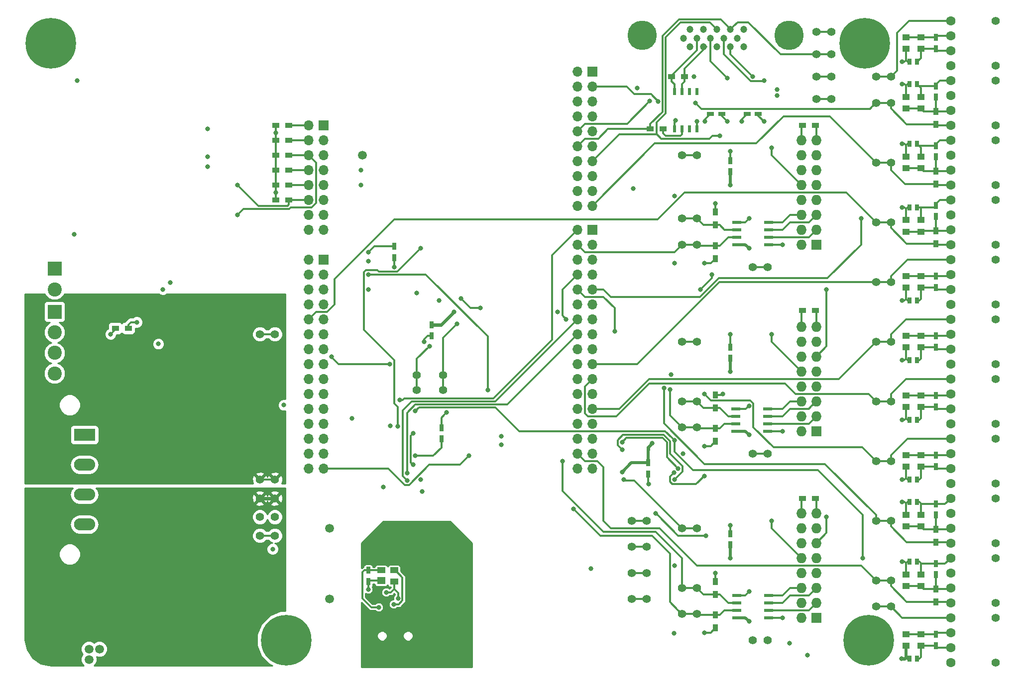
<source format=gbr>
G04 #@! TF.GenerationSoftware,KiCad,Pcbnew,(2018-01-25 revision 89a5a84af)-makepkg*
G04 #@! TF.CreationDate,2018-02-26T20:41:02+00:00*
G04 #@! TF.ProjectId,WolfDrive_H7Controller,576F6C6644726976655F4837436F6E74,rev?*
G04 #@! TF.SameCoordinates,Original*
G04 #@! TF.FileFunction,Copper,L4,Bot,Signal*
G04 #@! TF.FilePolarity,Positive*
%FSLAX46Y46*%
G04 Gerber Fmt 4.6, Leading zero omitted, Abs format (unit mm)*
G04 Created by KiCad (PCBNEW (2018-01-25 revision 89a5a84af)-makepkg) date Mon Feb 26 20:41:02 2018*
%MOMM*%
%LPD*%
G01*
G04 APERTURE LIST*
%ADD10R,1.727200X1.727200*%
%ADD11O,1.727200X1.727200*%
%ADD12R,1.250000X1.000000*%
%ADD13R,1.200000X0.750000*%
%ADD14R,0.750000X1.200000*%
%ADD15R,1.700000X1.700000*%
%ADD16O,1.700000X1.700000*%
%ADD17R,1.400000X1.200000*%
%ADD18R,1.400000X1.000000*%
%ADD19R,0.508000X1.143000*%
%ADD20R,1.550000X0.600000*%
%ADD21C,2.400000*%
%ADD22R,2.400000X2.400000*%
%ADD23R,3.600000X2.080000*%
%ADD24O,3.600000X2.080000*%
%ADD25R,0.635000X1.016000*%
%ADD26R,0.900000X1.200000*%
%ADD27R,1.200000X0.900000*%
%ADD28C,1.600000*%
%ADD29C,1.400000*%
%ADD30C,8.600000*%
%ADD31C,0.700000*%
%ADD32C,5.001260*%
%ADD33C,1.198880*%
%ADD34C,0.800000*%
%ADD35C,1.500000*%
%ADD36C,0.300000*%
%ADD37C,0.600000*%
%ADD38C,0.500000*%
%ADD39C,0.254000*%
G04 APERTURE END LIST*
D10*
X85090000Y-21590000D03*
D11*
X82550000Y-21590000D03*
X85090000Y-19050000D03*
X82550000Y-19050000D03*
X85090000Y-16510000D03*
X82550000Y-16510000D03*
X85090000Y-13970000D03*
X82550000Y-13970000D03*
X85090000Y-11430000D03*
X82550000Y-11430000D03*
X85090000Y-8890000D03*
X82550000Y-8890000D03*
X85090000Y-6350000D03*
X82550000Y-6350000D03*
X85090000Y-3810000D03*
X82550000Y-3810000D03*
D12*
X100330000Y6080000D03*
X100330000Y4080000D03*
X100330000Y14240000D03*
X100330000Y16240000D03*
X100330000Y24400000D03*
X100330000Y26400000D03*
X100330000Y36560000D03*
X100330000Y34560000D03*
X100330000Y-4080000D03*
X100330000Y-6080000D03*
X100330000Y-16240000D03*
X100330000Y-14240000D03*
D13*
X75245000Y64135000D03*
X73345000Y64135000D03*
X67122000Y64135000D03*
X69022000Y64135000D03*
D12*
X102870000Y4080000D03*
X102870000Y6080000D03*
X102870000Y16240000D03*
X102870000Y14240000D03*
X102870000Y24400000D03*
X102870000Y26400000D03*
X102870000Y34560000D03*
X102870000Y36560000D03*
X102870000Y-6080000D03*
X102870000Y-4080000D03*
X102870000Y-16240000D03*
X102870000Y-14240000D03*
D14*
X105410000Y6030000D03*
X105410000Y4130000D03*
X105410000Y14290000D03*
X105410000Y16190000D03*
X105410000Y24450000D03*
X105410000Y26350000D03*
X105410000Y34610000D03*
X105410000Y36510000D03*
X105410000Y-4125000D03*
X105410000Y-2225000D03*
X105410000Y-12385000D03*
X105410000Y-14285000D03*
D12*
X100330000Y77200000D03*
X100330000Y75200000D03*
X100330000Y46085000D03*
X100330000Y44085000D03*
X100330000Y56880000D03*
X100330000Y54880000D03*
X100330000Y67040000D03*
X100330000Y65040000D03*
X102870000Y75200000D03*
X102870000Y77200000D03*
X102870000Y44085000D03*
X102870000Y46085000D03*
X102870000Y56880000D03*
X102870000Y54880000D03*
X102870000Y65040000D03*
X102870000Y67040000D03*
D14*
X105410000Y75250000D03*
X105410000Y77150000D03*
X105410000Y46675000D03*
X105410000Y48575000D03*
X105410000Y58735000D03*
X105410000Y56835000D03*
X105410000Y66995000D03*
X105410000Y68895000D03*
X70485000Y56195000D03*
X70485000Y54295000D03*
X70485000Y-9205000D03*
X70485000Y-7305000D03*
X70485000Y24445000D03*
X70485000Y22545000D03*
X13335000Y39690000D03*
X13335000Y41590000D03*
X19685000Y26355000D03*
X19685000Y28255000D03*
D12*
X102870000Y-24400000D03*
X102870000Y-26400000D03*
X100330000Y-24400000D03*
X100330000Y-26400000D03*
D14*
X105410000Y-26350000D03*
X105410000Y-24450000D03*
X56515000Y2860000D03*
X56515000Y4760000D03*
X21336000Y10729000D03*
X21336000Y8829000D03*
D15*
X46990000Y71374000D03*
D16*
X44450000Y71374000D03*
X46990000Y68834000D03*
X44450000Y68834000D03*
X46990000Y66294000D03*
X44450000Y66294000D03*
X46990000Y63754000D03*
X44450000Y63754000D03*
X46990000Y61214000D03*
X44450000Y61214000D03*
X46990000Y58674000D03*
X44450000Y58674000D03*
X46990000Y56134000D03*
X44450000Y56134000D03*
X46990000Y53594000D03*
X44450000Y53594000D03*
X46990000Y51054000D03*
X44450000Y51054000D03*
X46990000Y48514000D03*
X44450000Y48514000D03*
D15*
X1270000Y62230000D03*
D16*
X-1270000Y62230000D03*
X1270000Y59690000D03*
X-1270000Y59690000D03*
X1270000Y57150000D03*
X-1270000Y57150000D03*
X1270000Y54610000D03*
X-1270000Y54610000D03*
X1270000Y52070000D03*
X-1270000Y52070000D03*
X1270000Y49530000D03*
X-1270000Y49530000D03*
X1270000Y46990000D03*
X-1270000Y46990000D03*
X1270000Y44450000D03*
X-1270000Y44450000D03*
D15*
X1270000Y39370000D03*
D16*
X-1270000Y39370000D03*
X1270000Y36830000D03*
X-1270000Y36830000D03*
X1270000Y34290000D03*
X-1270000Y34290000D03*
X1270000Y31750000D03*
X-1270000Y31750000D03*
X1270000Y29210000D03*
X-1270000Y29210000D03*
X1270000Y26670000D03*
X-1270000Y26670000D03*
X1270000Y24130000D03*
X-1270000Y24130000D03*
X1270000Y21590000D03*
X-1270000Y21590000D03*
X1270000Y19050000D03*
X-1270000Y19050000D03*
X1270000Y16510000D03*
X-1270000Y16510000D03*
X1270000Y13970000D03*
X-1270000Y13970000D03*
X1270000Y11430000D03*
X-1270000Y11430000D03*
X1270000Y8890000D03*
X-1270000Y8890000D03*
X1270000Y6350000D03*
X-1270000Y6350000D03*
X1270000Y3810000D03*
X-1270000Y3810000D03*
D15*
X46990000Y44450000D03*
D16*
X44450000Y44450000D03*
X46990000Y41910000D03*
X44450000Y41910000D03*
X46990000Y39370000D03*
X44450000Y39370000D03*
X46990000Y36830000D03*
X44450000Y36830000D03*
X46990000Y34290000D03*
X44450000Y34290000D03*
X46990000Y31750000D03*
X44450000Y31750000D03*
X46990000Y29210000D03*
X44450000Y29210000D03*
X46990000Y26670000D03*
X44450000Y26670000D03*
X46990000Y24130000D03*
X44450000Y24130000D03*
X46990000Y21590000D03*
X44450000Y21590000D03*
X46990000Y19050000D03*
X44450000Y19050000D03*
X46990000Y16510000D03*
X44450000Y16510000D03*
X46990000Y13970000D03*
X44450000Y13970000D03*
X46990000Y11430000D03*
X44450000Y11430000D03*
X46990000Y8890000D03*
X44450000Y8890000D03*
X46990000Y6350000D03*
X44450000Y6350000D03*
X46990000Y3810000D03*
X44450000Y3810000D03*
D17*
X11092000Y-15248000D03*
D18*
X11092000Y-13528000D03*
X13292000Y-13528000D03*
X13292000Y-15428000D03*
D19*
X60960000Y67945000D03*
X62230000Y67945000D03*
X63500000Y67945000D03*
X64770000Y67945000D03*
X64770000Y61595000D03*
X63500000Y61595000D03*
X62230000Y61595000D03*
X60960000Y61595000D03*
D20*
X71595000Y41910000D03*
X71595000Y43180000D03*
X71595000Y44450000D03*
X71595000Y45720000D03*
X76995000Y45720000D03*
X76995000Y44450000D03*
X76995000Y43180000D03*
X76995000Y41910000D03*
X76995000Y-21590000D03*
X76995000Y-20320000D03*
X76995000Y-19050000D03*
X76995000Y-17780000D03*
X71595000Y-17780000D03*
X71595000Y-19050000D03*
X71595000Y-20320000D03*
X71595000Y-21590000D03*
X71392625Y10160000D03*
X71392625Y11430000D03*
X71392625Y12700000D03*
X71392625Y13970000D03*
X76792625Y13970000D03*
X76792625Y12700000D03*
X76792625Y11430000D03*
X76792625Y10160000D03*
D21*
X-44450000Y23480000D03*
X-44450000Y19980000D03*
X-44450000Y26980000D03*
D22*
X-44450000Y30480000D03*
D23*
X-39370000Y9525000D03*
D24*
X-39370000Y4445000D03*
X-39370000Y-635000D03*
X-39370000Y-5715000D03*
D25*
X100962460Y1905000D03*
X102237540Y1905000D03*
X100962460Y12065000D03*
X102237540Y12065000D03*
X102237540Y22225000D03*
X100962460Y22225000D03*
X100962460Y32385000D03*
X102237540Y32385000D03*
X100962460Y-1905000D03*
X102237540Y-1905000D03*
X102235000Y-12065000D03*
X100959920Y-12065000D03*
X100965000Y73025000D03*
X102240080Y73025000D03*
X102237540Y48260000D03*
X100962460Y48260000D03*
X100962460Y59055000D03*
X102237540Y59055000D03*
X102240080Y69215000D03*
X100965000Y69215000D03*
X100962460Y-28575000D03*
X102237540Y-28575000D03*
D21*
X-44450000Y34290000D03*
D22*
X-44450000Y37790000D03*
D11*
X82550000Y59690000D03*
X85090000Y59690000D03*
X82550000Y57150000D03*
X85090000Y57150000D03*
X82550000Y54610000D03*
X85090000Y54610000D03*
X82550000Y52070000D03*
X85090000Y52070000D03*
X82550000Y49530000D03*
X85090000Y49530000D03*
X82550000Y46990000D03*
X85090000Y46990000D03*
X82550000Y44450000D03*
X85090000Y44450000D03*
X82550000Y41910000D03*
D10*
X85090000Y41910000D03*
D11*
X82550000Y27940000D03*
X85090000Y27940000D03*
X82550000Y25400000D03*
X85090000Y25400000D03*
X82550000Y22860000D03*
X85090000Y22860000D03*
X82550000Y20320000D03*
X85090000Y20320000D03*
X82550000Y17780000D03*
X85090000Y17780000D03*
X82550000Y15240000D03*
X85090000Y15240000D03*
X82550000Y12700000D03*
X85090000Y12700000D03*
X82550000Y10160000D03*
D10*
X85090000Y10160000D03*
D26*
X105410000Y-6520000D03*
X105410000Y-8720000D03*
X105410000Y-18880000D03*
X105410000Y-16680000D03*
X105410000Y44280000D03*
X105410000Y42080000D03*
X105410000Y52240000D03*
X105410000Y54440000D03*
X105410000Y62400000D03*
X105410000Y64600000D03*
D27*
X60495000Y70485000D03*
X62695000Y70485000D03*
X-6815000Y57150000D03*
X-4615000Y57150000D03*
X-4615000Y54610000D03*
X-6815000Y54610000D03*
X-6815000Y49530000D03*
X-4615000Y49530000D03*
X-6815000Y52070000D03*
X-4615000Y52070000D03*
X-4615000Y62230000D03*
X-6815000Y62230000D03*
X-31920000Y27686000D03*
X-34120000Y27686000D03*
X-4615000Y59690000D03*
X-6815000Y59690000D03*
X84920000Y62230000D03*
X82720000Y62230000D03*
X84920000Y-1270000D03*
X82720000Y-1270000D03*
X84920000Y30682375D03*
X82720000Y30682375D03*
D26*
X67945000Y41740000D03*
X67945000Y39540000D03*
X67945000Y-23325000D03*
X67945000Y-21125000D03*
X67945000Y10625000D03*
X67945000Y8425000D03*
X67945000Y45255000D03*
X67945000Y47455000D03*
X67945000Y-15410000D03*
X67945000Y-17610000D03*
X67945000Y16340000D03*
X67945000Y14140000D03*
D27*
X59055000Y61595000D03*
X56855000Y61595000D03*
D14*
X8890000Y-13528000D03*
X8890000Y-15428000D03*
D28*
X107950000Y80010000D03*
X107950000Y77470000D03*
X107950000Y74930000D03*
X107950000Y72390000D03*
D29*
X115570000Y72390000D03*
X115570000Y80010000D03*
X115570000Y-1270000D03*
X115570000Y-8890000D03*
D28*
X107950000Y-8890000D03*
X107950000Y-6350000D03*
X107950000Y-3810000D03*
X107950000Y-1270000D03*
D29*
X115570000Y-11430000D03*
X115570000Y-19050000D03*
D28*
X107950000Y-19050000D03*
X107950000Y-16510000D03*
X107950000Y-13970000D03*
X107950000Y-11430000D03*
X107950000Y8890000D03*
X107950000Y6350000D03*
X107950000Y3810000D03*
X107950000Y1270000D03*
D29*
X115570000Y1270000D03*
X115570000Y8890000D03*
X115570000Y19050000D03*
X115570000Y11430000D03*
D28*
X107950000Y11430000D03*
X107950000Y13970000D03*
X107950000Y16510000D03*
X107950000Y19050000D03*
D29*
X115570000Y29210000D03*
X115570000Y21590000D03*
D28*
X107950000Y21590000D03*
X107950000Y24130000D03*
X107950000Y26670000D03*
X107950000Y29210000D03*
X107950000Y39370000D03*
X107950000Y36830000D03*
X107950000Y34290000D03*
X107950000Y31750000D03*
D29*
X115570000Y31750000D03*
X115570000Y39370000D03*
X115570000Y49530000D03*
X115570000Y41910000D03*
D28*
X107950000Y41910000D03*
X107950000Y44450000D03*
X107950000Y46990000D03*
X107950000Y49530000D03*
X107950000Y59690000D03*
X107950000Y57150000D03*
X107950000Y54610000D03*
X107950000Y52070000D03*
D29*
X115570000Y52070000D03*
X115570000Y59690000D03*
D28*
X107950000Y69850000D03*
X107950000Y67310000D03*
X107950000Y64770000D03*
X107950000Y62230000D03*
D29*
X115570000Y62230000D03*
X115570000Y69850000D03*
D28*
X107950000Y-21590000D03*
X107950000Y-24130000D03*
X107950000Y-26670000D03*
X107950000Y-29210000D03*
D29*
X115570000Y-29210000D03*
X115570000Y-21590000D03*
D30*
X-5080000Y-25400000D03*
D31*
X-1855000Y-25400000D03*
X-2799581Y-27680419D03*
X-5080000Y-28625000D03*
X-7360419Y-27680419D03*
X-8305000Y-25400000D03*
X-7360419Y-23119581D03*
X-5080000Y-22175000D03*
X-2799581Y-23119581D03*
X95625419Y78480419D03*
X93345000Y79425000D03*
X91064581Y78480419D03*
X90120000Y76200000D03*
X91064581Y73919581D03*
X93345000Y72975000D03*
X95625419Y73919581D03*
X96570000Y76200000D03*
D30*
X93345000Y76200000D03*
X-45085000Y76200000D03*
D31*
X-41860000Y76200000D03*
X-42804581Y73919581D03*
X-45085000Y72975000D03*
X-47365419Y73919581D03*
X-48310000Y76200000D03*
X-47365419Y78480419D03*
X-45085000Y79425000D03*
X-42804581Y78480419D03*
X96260419Y-23119581D03*
X93980000Y-22175000D03*
X91699581Y-23119581D03*
X90755000Y-25400000D03*
X91699581Y-27680419D03*
X93980000Y-28625000D03*
X96260419Y-27680419D03*
X97205000Y-25400000D03*
D30*
X93980000Y-25400000D03*
D29*
X95250000Y-5080000D03*
X97790000Y-5080000D03*
X97790000Y-15240000D03*
X95250000Y-15240000D03*
X95250000Y5080000D03*
X97790000Y5080000D03*
X97790000Y15240000D03*
X95250000Y15240000D03*
X95250000Y25400000D03*
X97790000Y25400000D03*
X97790000Y35560000D03*
X95250000Y35560000D03*
X-9525000Y-4445000D03*
X-6985000Y-4445000D03*
X74295000Y38100000D03*
X76835000Y38100000D03*
X76835000Y6350000D03*
X74295000Y6350000D03*
X76835000Y-25400000D03*
X74295000Y-25400000D03*
X-9525000Y-1270000D03*
X-6985000Y-1270000D03*
X17145000Y17145000D03*
X17145000Y19685000D03*
X21590000Y17145000D03*
X21590000Y19685000D03*
X62230000Y41910000D03*
X64770000Y41910000D03*
X64770000Y-20955000D03*
X62230000Y-20955000D03*
X62230000Y10795000D03*
X64770000Y10795000D03*
X64770000Y46355000D03*
X62230000Y46355000D03*
X62230000Y-16510000D03*
X64770000Y-16510000D03*
X62230000Y15240000D03*
X64770000Y15240000D03*
X97790000Y-19685000D03*
X95250000Y-19685000D03*
X62230000Y25400000D03*
X64770000Y25400000D03*
X64770000Y-6350000D03*
X62230000Y-6350000D03*
X62230000Y57150000D03*
X64770000Y57150000D03*
X56261000Y-9525000D03*
X53721000Y-9525000D03*
X56261000Y-5080000D03*
X53721000Y-5080000D03*
X97790000Y45720000D03*
X95250000Y45720000D03*
X95250000Y55880000D03*
X97790000Y55880000D03*
X97790000Y66040000D03*
X95250000Y66040000D03*
X95250000Y70485000D03*
X97790000Y70485000D03*
X56261000Y-13970000D03*
X53721000Y-13970000D03*
X-9525000Y1905000D03*
X-6985000Y1905000D03*
X56261000Y-18415000D03*
X53721000Y-18415000D03*
X-9525000Y-7620000D03*
X-6985000Y-7620000D03*
X-6985000Y26670000D03*
X-9525000Y26670000D03*
X87630000Y74295000D03*
X85090000Y74295000D03*
X87630000Y70485000D03*
X85090000Y70485000D03*
X85090000Y66675000D03*
X87630000Y66675000D03*
X85090000Y78105000D03*
X87630000Y78105000D03*
D32*
X55450740Y77538580D03*
D33*
X68211700Y75539600D03*
X65925700Y75539600D03*
X63634620Y75539600D03*
X70505320Y75539600D03*
X72793860Y75539600D03*
X69359780Y77038200D03*
X67071240Y77038200D03*
X64780160Y77038200D03*
X62489080Y77038200D03*
D32*
X80439260Y77538580D03*
D33*
X71650860Y77038200D03*
X63634620Y78539340D03*
X65925700Y78539340D03*
X68214240Y78536800D03*
X70505320Y78539340D03*
X72793860Y78539340D03*
D34*
X64262000Y70485000D03*
X8890000Y39116000D03*
X78410173Y67258827D03*
X-41148000Y43688000D03*
X-6858000Y60960000D03*
X-24765000Y35433000D03*
X99695000Y73025000D03*
X99695000Y69215000D03*
X99695000Y59055000D03*
X99695000Y48260000D03*
X99695000Y-1905000D03*
X99695000Y32385000D03*
X17785834Y1899157D03*
X11430000Y635000D03*
X53975000Y51435000D03*
X60414325Y19800010D03*
X70485000Y-5830010D03*
X31537162Y9312162D03*
X41105000Y30480000D03*
X62400000Y6350000D03*
X73660000Y14489990D03*
X70485000Y26670000D03*
X-18288000Y15875000D03*
X-33528000Y3175000D03*
X-30988000Y3175000D03*
X-28448000Y3175000D03*
X-25908000Y3175000D03*
X-23368000Y3175000D03*
X-20828000Y3175000D03*
X-18288000Y3175000D03*
X-33528000Y5715000D03*
X-30988000Y5715000D03*
X-28448000Y5715000D03*
X-25908000Y5715000D03*
X-23368000Y5715000D03*
X-20828000Y5715000D03*
X-18288000Y5715000D03*
X-33528000Y8255000D03*
X-30988000Y8255000D03*
X-28448000Y8255000D03*
X-25908000Y8255000D03*
X-23368000Y8255000D03*
X-20828000Y8255000D03*
X-18288000Y8255000D03*
X-33528000Y10795000D03*
X-30988000Y10795000D03*
X-28448000Y10795000D03*
X-25908000Y10795000D03*
X-23368000Y10795000D03*
X-20828000Y10795000D03*
X-18288000Y10795000D03*
X-33528000Y13335000D03*
X-30988000Y13335000D03*
X-28448000Y13335000D03*
X-25908000Y13335000D03*
X-23368000Y13335000D03*
X-20828000Y13335000D03*
X-18288000Y13335000D03*
X-33528000Y15875000D03*
X-30988000Y15875000D03*
X-28448000Y15875000D03*
X-25908000Y15875000D03*
X-23368000Y15875000D03*
X-20828000Y15875000D03*
X10668000Y-19812000D03*
X8936040Y40593960D03*
X57213500Y8128000D03*
X22225000Y13334994D03*
X99568000Y-28575010D03*
X-33528000Y-23368000D03*
X-30988000Y-23368000D03*
X-28448000Y-23368000D03*
X-25908000Y-23368000D03*
X-23368000Y-23368000D03*
X-20828000Y-23368000D03*
X-18288000Y-23368000D03*
X-33528000Y-20828000D03*
X-30988000Y-20828000D03*
X-28448000Y-20828000D03*
X-25908000Y-20828000D03*
X-23368000Y-20828000D03*
X-20828000Y-20828000D03*
X-18288000Y-20828000D03*
X-33528000Y-18288000D03*
X-30988000Y-18288000D03*
X-28448000Y-18288000D03*
X-25908000Y-18288000D03*
X-23368000Y-18288000D03*
X-20828000Y-18288000D03*
X-18288000Y-18288000D03*
X-33528000Y-15748000D03*
X-30988000Y-15748000D03*
X-28448000Y-15748000D03*
X-25908000Y-15748000D03*
X-23368000Y-15748000D03*
X-20828000Y-15748000D03*
X-18288000Y-15748000D03*
X-33528000Y-13208000D03*
X-30988000Y-13208000D03*
X-28448000Y-13208000D03*
X-25908000Y-13208000D03*
X-23368000Y-13208000D03*
X-20828000Y-13208000D03*
X-18288000Y-13208000D03*
X-33528000Y-10668000D03*
X-30988000Y-10668000D03*
X-28448000Y-10668000D03*
X-25908000Y-10668000D03*
X-23368000Y-10668000D03*
X-20828000Y-10668000D03*
X-18288000Y-10668000D03*
X-10922000Y9525000D03*
X-7366000Y-9906008D03*
X-5461000Y14605000D03*
X46736000Y-13208000D03*
X61172838Y63077838D03*
X99695000Y-12065000D03*
X99695000Y1905000D03*
X99695000Y12065000D03*
X99695000Y22225000D03*
X-34925000Y26670000D03*
X24638000Y32766000D03*
X-13335000Y52070000D03*
X50800000Y27189990D03*
X13208000Y-19304000D03*
X11938000Y-17272000D03*
X13970000Y-18288000D03*
X52387500Y1905000D03*
X-30480000Y28702000D03*
X12585000Y21590000D03*
X2667000Y22860000D03*
X13928199Y10961460D03*
D35*
X-36830000Y-26924000D03*
X-38608000Y-28702000D03*
X-38608000Y-26924000D03*
X2286000Y-18415000D03*
X2286000Y-6350000D03*
D34*
X80518000Y-25908000D03*
X83566000Y-27940000D03*
X27940000Y31115000D03*
X64516000Y66040000D03*
X58185989Y66294000D03*
X56764990Y66317197D03*
X19304000Y24638000D03*
X26035000Y5969000D03*
X14224008Y15494000D03*
X43815000Y-3060000D03*
X42545000Y29210000D03*
X92710000Y46355000D03*
X73660000Y46355000D03*
X73660000Y-17145000D03*
X60887195Y-24202805D03*
X60960000Y-12700000D03*
X-18415000Y61595000D03*
X-26035000Y34290000D03*
X-40640000Y69850000D03*
X-18415000Y55210000D03*
X60960000Y38735000D03*
X60960000Y50165000D03*
X70485000Y57785000D03*
X64770000Y62865000D03*
X76200000Y62865000D03*
X69977000Y62865000D03*
X56617996Y1136348D03*
X13335000Y38100000D03*
X8890000Y34290000D03*
X16891000Y5969000D03*
X6096000Y12319000D03*
X18034000Y-94000D03*
X-6815000Y50800000D03*
X-18415000Y56910000D03*
X78409800Y68319115D03*
X7620000Y54610000D03*
X72390000Y62865000D03*
X66167000Y62865000D03*
D35*
X7874000Y57150000D03*
D34*
X73660000Y41275000D03*
X73660000Y9525000D03*
X73660000Y-22225000D03*
X70485000Y-11430000D03*
X70485000Y20320000D03*
X70485000Y52070000D03*
X54610000Y68580000D03*
X52070000Y3175000D03*
X31496000Y7874000D03*
X12616000Y11049000D03*
X20955000Y32385000D03*
X17145000Y33655000D03*
X7620000Y52070000D03*
X18415000Y25400000D03*
X68707000Y60440000D03*
X-13335000Y46990000D03*
X23960000Y28405000D03*
X60198000Y17260000D03*
X15494000Y1778000D03*
X59182000Y17526000D03*
X15494000Y3048000D03*
X66040000Y16510000D03*
X41910000Y5080000D03*
X60960000Y1905000D03*
X52070000Y6985000D03*
X66040000Y38735000D03*
X66040000Y-24130000D03*
X66040000Y7620000D03*
X67945000Y48895000D03*
X67945000Y-13970000D03*
X69215000Y16510000D03*
X52070000Y8255000D03*
X61595000Y3810000D03*
X66040000Y2540000D03*
X60887892Y3102892D03*
X76200000Y69850000D03*
X74295000Y70485000D03*
X69977000Y70231000D03*
X77470000Y58420000D03*
X57785000Y-3810000D03*
X29210018Y17145000D03*
X66294000Y-7620000D03*
X8890000Y36830000D03*
X77470000Y-5080000D03*
X65405024Y34290000D03*
X67310000Y36830000D03*
X77470000Y26670000D03*
X79375000Y41910000D03*
X79375000Y-21590000D03*
X79375000Y10160000D03*
X92964000Y-11430000D03*
X60960000Y8620003D03*
X16891000Y13589000D03*
X17780000Y41275000D03*
X16510000Y4445000D03*
X16532331Y9756669D03*
X86814990Y-4445000D03*
X86815000Y34290000D03*
X-26797000Y25019000D03*
X23495000Y30480000D03*
X8890000Y-16764000D03*
X12446000Y-7366000D03*
X24384000Y-23622000D03*
X10668000Y-18288000D03*
X16002000Y-18034000D03*
X19558000Y-7366000D03*
X18288016Y-5842000D03*
D36*
X100584000Y22225000D02*
X100330000Y22479000D01*
X100962460Y22225000D02*
X100584000Y22225000D01*
X100330000Y22479000D02*
X100076000Y22225000D01*
X100330000Y22606000D02*
X100330000Y22479000D01*
X100076000Y22225000D02*
X99695000Y22225000D01*
X100330000Y24400000D02*
X100330000Y22606000D01*
X100330000Y12319000D02*
X100076000Y12065000D01*
X100076000Y12065000D02*
X99695000Y12065000D01*
X100330000Y14240000D02*
X100330000Y12954000D01*
X100330000Y12319000D02*
X100330000Y12954000D01*
X100584000Y12065000D02*
X100330000Y12319000D01*
X100962460Y12065000D02*
X100584000Y12065000D01*
X100584000Y1905000D02*
X100962460Y1905000D01*
X100330000Y2159000D02*
X100584000Y1905000D01*
X100076000Y1905000D02*
X100330000Y2159000D01*
X100330000Y2159000D02*
X100330000Y4080000D01*
X99695000Y1905000D02*
X100076000Y1905000D01*
X100330000Y58801000D02*
X100584000Y59055000D01*
X100330000Y56880000D02*
X100330000Y58801000D01*
X100584000Y59055000D02*
X100962460Y59055000D01*
X100330000Y58801000D02*
X100076000Y59055000D01*
X100076000Y59055000D02*
X99695000Y59055000D01*
X100330000Y32639000D02*
X100076000Y32385000D01*
X100076000Y32385000D02*
X99695000Y32385000D01*
X100584000Y32385000D02*
X100330000Y32639000D01*
X100962460Y32385000D02*
X100584000Y32385000D01*
X100330000Y32639000D02*
X100330000Y33020000D01*
X100330000Y34560000D02*
X100330000Y33020000D01*
X100076000Y73025000D02*
X99695000Y73025000D01*
X100330000Y73279000D02*
X100076000Y73025000D01*
X100330000Y73279000D02*
X100584000Y73025000D01*
X100330000Y75200000D02*
X100330000Y73279000D01*
X100584000Y73025000D02*
X100965000Y73025000D01*
X100076000Y69215000D02*
X99695000Y69215000D01*
X100330000Y68961000D02*
X100076000Y69215000D01*
X100330000Y68961000D02*
X100584000Y69215000D01*
X100330000Y67040000D02*
X100330000Y68961000D01*
X100584000Y69215000D02*
X100965000Y69215000D01*
X100076000Y48260000D02*
X99695000Y48260000D01*
X100330000Y48006000D02*
X100076000Y48260000D01*
X100330000Y48006000D02*
X100584000Y48260000D01*
X100330000Y46085000D02*
X100330000Y48006000D01*
X100584000Y48260000D02*
X100962460Y48260000D01*
X100076000Y-1905000D02*
X99695000Y-1905000D01*
X100330000Y-2159000D02*
X100076000Y-1905000D01*
X100330000Y-2159000D02*
X100584000Y-1905000D01*
X100330000Y-4080000D02*
X100330000Y-2159000D01*
X100584000Y-1905000D02*
X100962460Y-1905000D01*
X100330000Y-12319000D02*
X100076000Y-12065000D01*
X100076000Y-12065000D02*
X99695000Y-12065000D01*
X100330000Y-12319000D02*
X100584000Y-12065000D01*
X100584000Y-12065000D02*
X100959920Y-12065000D01*
X100330000Y-12694920D02*
X100330000Y-12319000D01*
X102870000Y2159000D02*
X102616000Y1905000D01*
X102870000Y4080000D02*
X102870000Y2159000D01*
X102616000Y1905000D02*
X102237540Y1905000D01*
X102870000Y12319000D02*
X102616000Y12065000D01*
X102616000Y12065000D02*
X102237540Y12065000D01*
X102870000Y14240000D02*
X102870000Y12319000D01*
X102870000Y22479000D02*
X102616000Y22225000D01*
X102870000Y24400000D02*
X102870000Y22479000D01*
X102616000Y22225000D02*
X102237540Y22225000D01*
X102870000Y32639000D02*
X102616000Y32385000D01*
X102870000Y34560000D02*
X102870000Y32639000D01*
X102616000Y32385000D02*
X102237540Y32385000D01*
X102931000Y-2225000D02*
X102870000Y-2286000D01*
X105410000Y-2225000D02*
X102931000Y-2225000D01*
X102870000Y-2286000D02*
X102870000Y-2537460D01*
X102870000Y-2159000D02*
X102616000Y-1905000D01*
X102870000Y-2537460D02*
X102870000Y-2159000D01*
X102616000Y-1905000D02*
X102237540Y-1905000D01*
X102931000Y-12385000D02*
X102870000Y-12446000D01*
X105410000Y-12385000D02*
X102931000Y-12385000D01*
X102870000Y-12446000D02*
X102870000Y-12700000D01*
X102870000Y-12319000D02*
X102616000Y-12065000D01*
X102870000Y-12700000D02*
X102870000Y-12319000D01*
X102616000Y-12065000D02*
X102235000Y-12065000D01*
X107950000Y74930000D02*
X105730000Y74930000D01*
X105730000Y74930000D02*
X105410000Y75250000D01*
X105410000Y75250000D02*
X102920000Y75250000D01*
X102920000Y75250000D02*
X102870000Y75200000D01*
X74295000Y38100000D02*
X76835000Y38100000D01*
X74295000Y6350000D02*
X76835000Y6350000D01*
X53721000Y-18415000D02*
X56261000Y-18415000D01*
X-6985000Y-7620000D02*
X-9525000Y-7620000D01*
X70485000Y-7305000D02*
X70485000Y-5830010D01*
X73260001Y14089991D02*
X73660000Y14489990D01*
X73140010Y13970000D02*
X73260001Y14089991D01*
X71392625Y13970000D02*
X73140010Y13970000D01*
X70485000Y24445000D02*
X70485000Y26670000D01*
X9398000Y-19812000D02*
X10668000Y-19812000D01*
X7874000Y-18288000D02*
X9398000Y-19812000D01*
X7874000Y-13869000D02*
X7874000Y-18288000D01*
X8890000Y-13528000D02*
X8215000Y-13528000D01*
X8215000Y-13528000D02*
X7874000Y-13869000D01*
X11092000Y-13528000D02*
X8890000Y-13528000D01*
X105410000Y77150000D02*
X102920000Y77150000D01*
X102920000Y77150000D02*
X102870000Y77200000D01*
X100330000Y77200000D02*
X102870000Y77200000D01*
X107950000Y77470000D02*
X105730000Y77470000D01*
X105730000Y77470000D02*
X105410000Y77150000D01*
X102870000Y46085000D02*
X102870000Y48260000D01*
X102870000Y48260000D02*
X102237540Y48260000D01*
X8936040Y40593960D02*
X9932080Y41590000D01*
X9932080Y41590000D02*
X13335000Y41590000D01*
D37*
X56515000Y7429500D02*
X57213500Y8128000D01*
X56515000Y6985000D02*
X56515000Y7429500D01*
D38*
X56515000Y4760000D02*
X56515000Y6985000D01*
D36*
X21336000Y12445994D02*
X21825001Y12934995D01*
X21336000Y10729000D02*
X21336000Y12445994D01*
X21825001Y12934995D02*
X22225000Y13334994D01*
D37*
X-6985000Y-1270000D02*
X-9525000Y-1270000D01*
X100075990Y-28575010D02*
X100327460Y-28323540D01*
X100327460Y-28323540D02*
X100327460Y-28318460D01*
X99568000Y-28575010D02*
X100075990Y-28575010D01*
D38*
X100330000Y-27937460D02*
X100327460Y-27940000D01*
X100330000Y-26400000D02*
X100330000Y-27937460D01*
X100327460Y-27940000D02*
X100327460Y-28318460D01*
X100327460Y-28318460D02*
X100584000Y-28575000D01*
X100584000Y-28575000D02*
X100962460Y-28575000D01*
X99568010Y-28575000D02*
X99568000Y-28575010D01*
D36*
X-9525000Y1905000D02*
X-6985000Y1905000D01*
X60960000Y61595000D02*
X60960000Y62865000D01*
X60960000Y62865000D02*
X61172838Y63077838D01*
X-34120000Y27475000D02*
X-34925000Y26670000D01*
X-34120000Y27686000D02*
X-34120000Y27475000D01*
X-6985000Y26670000D02*
X-9525000Y26670000D01*
X18989000Y26355000D02*
X18415000Y25781000D01*
X19685000Y26355000D02*
X18989000Y26355000D01*
X18415000Y25781000D02*
X18415000Y25400000D01*
X26289000Y31115000D02*
X25037999Y32366001D01*
X25037999Y32366001D02*
X24638000Y32766000D01*
X27940000Y31115000D02*
X26289000Y31115000D01*
X102870000Y-28321000D02*
X102616000Y-28575000D01*
X102870000Y-26400000D02*
X102870000Y-28321000D01*
X102616000Y-28575000D02*
X102237540Y-28575000D01*
X64516000Y66040000D02*
X65532000Y65024000D01*
X65532000Y65024000D02*
X94234000Y65024000D01*
X94234000Y65024000D02*
X94550001Y65340001D01*
X94550001Y65340001D02*
X95250000Y66040000D01*
X105410000Y62400000D02*
X100440051Y62400000D01*
X97790000Y65050051D02*
X97790000Y66040000D01*
X100440051Y62400000D02*
X97790000Y65050051D01*
X85090000Y66675000D02*
X87630000Y66675000D01*
X85090000Y70485000D02*
X87630000Y70485000D01*
X85090000Y74295000D02*
X87630000Y74295000D01*
X68834000Y80264000D02*
X70505320Y78592680D01*
X61776878Y80264000D02*
X68834000Y80264000D01*
X58935989Y64523989D02*
X58935989Y77423111D01*
X56855000Y61595000D02*
X56855000Y62443000D01*
X58935989Y77423111D02*
X61776878Y80264000D01*
X56855000Y62443000D02*
X58935989Y64523989D01*
X70505320Y78592680D02*
X70505320Y78539340D01*
X78994000Y74295000D02*
X73533000Y79756000D01*
X85090000Y74295000D02*
X78994000Y74295000D01*
X73533000Y79756000D02*
X71721980Y79756000D01*
X71104759Y79138779D02*
X70505320Y78539340D01*
X71721980Y79756000D02*
X71104759Y79138779D01*
X85090000Y78105000D02*
X87630000Y78105000D01*
X100160000Y52240000D02*
X97790000Y54610000D01*
X105410000Y52240000D02*
X100160000Y52240000D01*
X97790000Y54610000D02*
X97790000Y54890051D01*
X97790000Y54890051D02*
X97790000Y55880000D01*
X-763998Y48260000D02*
X0Y49023998D01*
X-4318000Y48260000D02*
X-763998Y48260000D01*
X0Y49023998D02*
X0Y55880000D01*
X-4572000Y48006000D02*
X-4318000Y48260000D01*
X-12319000Y48006000D02*
X-4572000Y48006000D01*
X-13335000Y46990000D02*
X-12319000Y48006000D01*
X0Y55880000D02*
X-1270000Y57150000D01*
X-9779000Y48514000D02*
X-4826000Y48514000D01*
X-13335000Y52070000D02*
X-9779000Y48514000D01*
X-4615000Y48725000D02*
X-4615000Y49530000D01*
X-4826000Y48514000D02*
X-4615000Y48725000D01*
X1905000Y30480000D02*
X0Y30480000D01*
X105410000Y42080000D02*
X100440051Y42080000D01*
X100440051Y42080000D02*
X97790000Y44730051D01*
X97790000Y44730051D02*
X97790000Y45720000D01*
X53721000Y-5080000D02*
X56261000Y-5080000D01*
X12319000Y3810000D02*
X2472081Y3810000D01*
X26035000Y5969000D02*
X24511000Y4445000D01*
X15101001Y1027999D02*
X12319000Y3810000D01*
X15854001Y1027999D02*
X15101001Y1027999D01*
X19271002Y4445000D02*
X15854001Y1027999D01*
X2472081Y3810000D02*
X1270000Y3810000D01*
X24511000Y4445000D02*
X19271002Y4445000D01*
X40132000Y40132000D02*
X40132000Y25671244D01*
X44450000Y44450000D02*
X40132000Y40132000D01*
X40132000Y25671244D02*
X30208756Y15748000D01*
X30208756Y15748000D02*
X15043693Y15748000D01*
X14789693Y15494000D02*
X14224008Y15494000D01*
X15043693Y15748000D02*
X14789693Y15494000D01*
X62230000Y41910000D02*
X64770000Y41910000D01*
X62230000Y-20955000D02*
X64770000Y-20955000D01*
X100838000Y80010000D02*
X98806000Y77978000D01*
X107950000Y80010000D02*
X100838000Y80010000D01*
X98806000Y77978000D02*
X98806000Y71501000D01*
X98806000Y71501000D02*
X97790000Y70485000D01*
X62230000Y10795000D02*
X64770000Y10795000D01*
X60198000Y12827000D02*
X62230000Y10795000D01*
X44450000Y34290000D02*
X45720000Y33020000D01*
X45720000Y33020000D02*
X48895000Y33020000D01*
X50800000Y27755675D02*
X50800000Y27189990D01*
X50800000Y31115000D02*
X50800000Y27755675D01*
X48895000Y33020000D02*
X50800000Y31115000D01*
X15094001Y2177999D02*
X15494000Y1778000D01*
X30480000Y15240000D02*
X16310878Y15240000D01*
X16310878Y15240000D02*
X14732000Y13661122D01*
X44450000Y29210000D02*
X30480000Y15240000D01*
X14732000Y13661122D02*
X14732000Y2540000D01*
X14732000Y2540000D02*
X15094001Y2177999D01*
X95250000Y-4090051D02*
X86587949Y4572000D01*
X59182000Y11493500D02*
X59182000Y17526000D01*
X95250000Y-5080000D02*
X95250000Y-4090051D01*
X86587949Y4572000D02*
X66103500Y4572000D01*
X66103500Y4572000D02*
X59182000Y11493500D01*
X105410000Y-8720000D02*
X100440051Y-8720000D01*
X100440051Y-8720000D02*
X97790000Y-6069949D01*
X97790000Y-6069949D02*
X97790000Y-5080000D01*
X97790000Y-5080000D02*
X95250000Y-5080000D01*
X15494000Y3613685D02*
X15494000Y3048000D01*
X16923998Y14732000D02*
X15494000Y13302002D01*
X15494000Y13302002D02*
X15494000Y3613685D01*
X32512000Y14732000D02*
X16923998Y14732000D01*
X44450000Y26670000D02*
X32512000Y14732000D01*
X62230000Y46355000D02*
X64770000Y46355000D01*
X107950000Y39370000D02*
X100610051Y39370000D01*
X100610051Y39370000D02*
X97790000Y36549949D01*
X97790000Y36549949D02*
X97790000Y35560000D01*
X100330000Y19050000D02*
X97790000Y16510000D01*
X107950000Y19050000D02*
X100330000Y19050000D01*
X97790000Y16510000D02*
X97790000Y15240000D01*
X107950000Y8890000D02*
X100610051Y8890000D01*
X100610051Y8890000D02*
X97790000Y6069949D01*
X97790000Y6069949D02*
X97790000Y5080000D01*
X62230000Y-16510000D02*
X64770000Y-16510000D01*
X100330000Y29210000D02*
X97790000Y26670000D01*
X107950000Y29210000D02*
X100330000Y29210000D01*
X97790000Y26670000D02*
X97790000Y26389949D01*
X97790000Y26389949D02*
X97790000Y25400000D01*
X62230000Y15240000D02*
X64770000Y15240000D01*
X50165000Y-6350000D02*
X58420000Y-6350000D01*
X48895000Y4064000D02*
X48895000Y-5080000D01*
X92710000Y-12700000D02*
X95250000Y-15240000D01*
X48895000Y-5080000D02*
X50165000Y-6350000D01*
X47879000Y5080000D02*
X48895000Y4064000D01*
X44450000Y6350000D02*
X45720000Y5080000D01*
X45720000Y5080000D02*
X47879000Y5080000D01*
X58420000Y-6350000D02*
X64770000Y-12700000D01*
X64770000Y-12700000D02*
X92710000Y-12700000D01*
X105410000Y-18880000D02*
X100440051Y-18880000D01*
X100440051Y-18880000D02*
X97790000Y-16229949D01*
X97790000Y-16229949D02*
X97790000Y-15240000D01*
X14064002Y-19304000D02*
X13773685Y-19304000D01*
X13292000Y-13528000D02*
X13492000Y-13528000D01*
X13492000Y-13528000D02*
X14720001Y-14756001D01*
X13773685Y-19304000D02*
X13208000Y-19304000D01*
X14720001Y-18648001D02*
X14064002Y-19304000D01*
X14720001Y-14756001D02*
X14720001Y-18648001D01*
X13292000Y-16680000D02*
X12700000Y-17272000D01*
X12503685Y-17272000D02*
X11938000Y-17272000D01*
X12700000Y-17272000D02*
X12503685Y-17272000D01*
X13292000Y-16680000D02*
X13970000Y-17358000D01*
X13970000Y-17358000D02*
X13970000Y-17722315D01*
X13970000Y-17722315D02*
X13970000Y-18288000D01*
X13292000Y-16680000D02*
X13292000Y-15428000D01*
X62230000Y57150000D02*
X64770000Y57150000D01*
X52514500Y1778000D02*
X52387500Y1905000D01*
X54102000Y1778000D02*
X52514500Y1778000D01*
X54864000Y1016000D02*
X55626000Y254000D01*
X54610000Y1270000D02*
X54864000Y1016000D01*
X54102000Y1778000D02*
X54864000Y1016000D01*
X62230000Y-6350000D02*
X64770000Y-6350000D01*
X62230000Y25400000D02*
X64770000Y25400000D01*
X-31496000Y28702000D02*
X-31920000Y28278000D01*
X-30480000Y28702000D02*
X-31496000Y28702000D01*
X-31920000Y28278000D02*
X-31920000Y27686000D01*
X3810000Y21590000D02*
X2667000Y22733000D01*
X12585000Y21590000D02*
X3810000Y21590000D01*
X2667000Y22733000D02*
X2667000Y22860000D01*
X18669000Y36830000D02*
X29210018Y26288982D01*
X29210018Y17710685D02*
X29210018Y17145000D01*
X8890000Y36830000D02*
X18669000Y36830000D01*
X29210018Y26288982D02*
X29210018Y17710685D01*
X17526000Y14224000D02*
X30480000Y14224000D01*
X16891000Y13589000D02*
X17526000Y14224000D01*
X34544000Y10160000D02*
X59420003Y10160000D01*
X30480000Y14224000D02*
X34544000Y10160000D01*
X59420003Y10160000D02*
X60560001Y9020002D01*
X60560001Y9020002D02*
X60960000Y8620003D01*
X95250000Y-19685000D02*
X97790000Y-19685000D01*
X107950000Y-21590000D02*
X100076000Y-21590000D01*
X97790000Y-19685000D02*
X99695000Y-21590000D01*
X99695000Y-21590000D02*
X100076000Y-21590000D01*
X60960000Y6679998D02*
X64135000Y3504998D01*
X60960000Y8620003D02*
X60960000Y6679998D01*
X64135000Y3504998D02*
X85395002Y3504998D01*
X85395002Y3504998D02*
X92964000Y-4064000D01*
X92964000Y-4064000D02*
X92964000Y-11430000D01*
X8139999Y37190001D02*
X8529999Y37580001D01*
X13335000Y22225000D02*
X8139999Y27420001D01*
X13335000Y14859000D02*
X13335000Y22225000D01*
X13928199Y10961460D02*
X13928199Y14265801D01*
X8139999Y27420001D02*
X8139999Y37190001D01*
X13928199Y14265801D02*
X13335000Y14859000D01*
X8529999Y37580001D02*
X10449997Y37580001D01*
X13854999Y37349999D02*
X17780000Y41275000D01*
X10449997Y37580001D02*
X10679999Y37349999D01*
X10679999Y37349999D02*
X13854999Y37349999D01*
X53721000Y-9525000D02*
X56261000Y-9525000D01*
X107950000Y-26670000D02*
X105730000Y-26670000D01*
X105730000Y-26670000D02*
X105410000Y-26350000D01*
X102870000Y-26400000D02*
X105360000Y-26400000D01*
X56985988Y67494001D02*
X54171999Y67494001D01*
X58185989Y66294000D02*
X56985988Y67494001D01*
X52832000Y68834000D02*
X46990000Y68834000D01*
X54171999Y67494001D02*
X52832000Y68834000D01*
X52931793Y62484000D02*
X45720000Y62484000D01*
X56764990Y66317197D02*
X52931793Y62484000D01*
X45720000Y62484000D02*
X45299999Y62063999D01*
X45299999Y62063999D02*
X44450000Y61214000D01*
X49657000Y61595000D02*
X48006000Y59944000D01*
X56855000Y61595000D02*
X49657000Y61595000D01*
X48006000Y59944000D02*
X45720000Y59944000D01*
X45720000Y59944000D02*
X45299999Y59523999D01*
X45299999Y59523999D02*
X44450000Y58674000D01*
X57912000Y60706000D02*
X51562000Y60706000D01*
X57937400Y60731400D02*
X57912000Y60706000D01*
X51562000Y60706000D02*
X46990000Y56134000D01*
X66929000Y59944000D02*
X60198000Y59944000D01*
X57937400Y60731400D02*
X58724800Y59944000D01*
X58724800Y59944000D02*
X60198000Y59944000D01*
X57937400Y62699900D02*
X57937400Y60731400D01*
X59436000Y77216000D02*
X59436000Y64198500D01*
X61976000Y79756000D02*
X59436000Y77216000D01*
X59436000Y64198500D02*
X57937400Y62699900D01*
X68214240Y78536800D02*
X66995040Y79756000D01*
X66995040Y79756000D02*
X61976000Y79756000D01*
X67425000Y60440000D02*
X66929000Y59944000D01*
X68707000Y60440000D02*
X67425000Y60440000D01*
X95250000Y55880000D02*
X87376000Y63754000D01*
X79502000Y63754000D02*
X74918001Y59170001D01*
X87376000Y63754000D02*
X79502000Y63754000D01*
X57646001Y59170001D02*
X46990000Y48514000D01*
X74918001Y59170001D02*
X57646001Y59170001D01*
X17145000Y22479000D02*
X19304000Y24638000D01*
X17145000Y19685000D02*
X17145000Y22479000D01*
X3175000Y36035002D02*
X3175000Y31750000D01*
X58133002Y46228000D02*
X13367998Y46228000D01*
X13367998Y46228000D02*
X3175000Y36035002D01*
X62705002Y50800000D02*
X58133002Y46228000D01*
X95250000Y45720000D02*
X90170000Y50800000D01*
X-420001Y30059999D02*
X-1270000Y29210000D01*
X90170000Y50800000D02*
X62705002Y50800000D01*
X3175000Y31750000D02*
X1905000Y30480000D01*
X0Y30480000D02*
X-420001Y30059999D01*
X45720000Y40640000D02*
X60960000Y40640000D01*
X60960000Y40640000D02*
X62230000Y41910000D01*
X44450000Y41910000D02*
X45720000Y40640000D01*
X48375000Y-7620000D02*
X57150000Y-7620000D01*
X61530001Y-20255001D02*
X62230000Y-20955000D01*
X43815000Y-3060000D02*
X48375000Y-7620000D01*
X60209999Y-18934999D02*
X61530001Y-20255001D01*
X57150000Y-7620000D02*
X60209999Y-10679999D01*
X60209999Y-10679999D02*
X60209999Y-18934999D01*
X41910000Y34290000D02*
X41910000Y29845000D01*
X44450000Y36830000D02*
X41910000Y34290000D01*
X41910000Y29845000D02*
X42545000Y29210000D01*
X65332880Y33020000D02*
X68507880Y36195000D01*
X50165000Y33020000D02*
X65332880Y33020000D01*
X46990000Y34290000D02*
X48895000Y34290000D01*
X86995000Y36195000D02*
X92710000Y41910000D01*
X68507880Y36195000D02*
X86995000Y36195000D01*
X48895000Y34290000D02*
X50165000Y33020000D01*
X92710000Y41910000D02*
X92710000Y46355000D01*
X95250000Y70485000D02*
X97790000Y70485000D01*
X21336000Y7366000D02*
X19939000Y5969000D01*
X21336000Y8829000D02*
X21336000Y7366000D01*
X19939000Y5969000D02*
X17456685Y5969000D01*
X17456685Y5969000D02*
X16891000Y5969000D01*
X73025000Y45720000D02*
X71595000Y45720000D01*
X73660000Y46355000D02*
X73025000Y45720000D01*
X71595000Y-17780000D02*
X73025000Y-17780000D01*
X73025000Y-17780000D02*
X73660000Y-17145000D01*
X70485000Y57785000D02*
X70485000Y56195000D01*
X64770000Y62865000D02*
X64770000Y61595000D01*
X75245000Y63820000D02*
X76200000Y62865000D01*
X75245000Y64135000D02*
X75245000Y63820000D01*
X69022000Y63820000D02*
X69977000Y62865000D01*
X69022000Y64135000D02*
X69022000Y63820000D01*
X56515000Y1239344D02*
X56617996Y1136348D01*
X56515000Y2860000D02*
X56515000Y1239344D01*
X13335000Y38100000D02*
X13335000Y39690000D01*
X105410000Y-6520000D02*
X107780000Y-6520000D01*
X107780000Y-6520000D02*
X107950000Y-6350000D01*
X105410000Y-6520000D02*
X103310000Y-6520000D01*
X103310000Y-6520000D02*
X102870000Y-6080000D01*
X105410000Y-6520000D02*
X105410000Y-4125000D01*
X100330000Y-6080000D02*
X102870000Y-6080000D01*
X102870000Y-16240000D02*
X100330000Y-16240000D01*
X105410000Y-16680000D02*
X103310000Y-16680000D01*
X103310000Y-16680000D02*
X102870000Y-16240000D01*
X105410000Y-16680000D02*
X105410000Y-14285000D01*
X105410000Y-16680000D02*
X107780000Y-16680000D01*
X107780000Y-16680000D02*
X107950000Y-16510000D01*
X105410000Y6030000D02*
X107630000Y6030000D01*
X107630000Y6030000D02*
X107950000Y6350000D01*
X102870000Y6080000D02*
X105360000Y6080000D01*
X105360000Y6080000D02*
X105410000Y6030000D01*
X100330000Y6080000D02*
X102870000Y6080000D01*
X102870000Y16240000D02*
X100330000Y16240000D01*
X105410000Y16190000D02*
X102920000Y16190000D01*
X102920000Y16190000D02*
X102870000Y16240000D01*
X105410000Y16190000D02*
X107630000Y16190000D01*
X107630000Y16190000D02*
X107950000Y16510000D01*
X102870000Y26400000D02*
X100330000Y26400000D01*
X105410000Y26350000D02*
X102920000Y26350000D01*
X102920000Y26350000D02*
X102870000Y26400000D01*
X105410000Y26350000D02*
X107630000Y26350000D01*
X107630000Y26350000D02*
X107950000Y26670000D01*
X102870000Y36560000D02*
X100330000Y36560000D01*
X105410000Y36510000D02*
X102920000Y36510000D01*
X102920000Y36510000D02*
X102870000Y36560000D01*
X105410000Y36510000D02*
X107630000Y36510000D01*
X107630000Y36510000D02*
X107950000Y36830000D01*
X102870000Y44085000D02*
X100330000Y44085000D01*
X105410000Y44280000D02*
X103065000Y44280000D01*
X103065000Y44280000D02*
X102870000Y44085000D01*
X105410000Y44280000D02*
X105410000Y46675000D01*
X105410000Y44280000D02*
X107780000Y44280000D01*
X107780000Y44280000D02*
X107950000Y44450000D01*
X105410000Y64600000D02*
X107780000Y64600000D01*
X107780000Y64600000D02*
X107950000Y64770000D01*
X102870000Y54880000D02*
X100330000Y54880000D01*
X105410000Y54440000D02*
X107780000Y54440000D01*
X107780000Y54440000D02*
X107950000Y54610000D01*
X105410000Y54440000D02*
X103310000Y54440000D01*
X103310000Y54440000D02*
X102870000Y54880000D01*
X105410000Y54440000D02*
X105410000Y56835000D01*
X105410000Y64600000D02*
X105410000Y66995000D01*
X102870000Y65040000D02*
X100330000Y65040000D01*
X105410000Y64600000D02*
X103310000Y64600000D01*
X103310000Y64600000D02*
X102870000Y65040000D01*
X102870000Y-24400000D02*
X100330000Y-24400000D01*
X105410000Y-24450000D02*
X102920000Y-24450000D01*
X102920000Y-24450000D02*
X102870000Y-24400000D01*
X107950000Y-24130000D02*
X105730000Y-24130000D01*
X105730000Y-24130000D02*
X105410000Y-24450000D01*
X82550000Y-3810000D02*
X82550000Y-1440000D01*
X82550000Y-1440000D02*
X82720000Y-1270000D01*
X82550000Y27940000D02*
X82550000Y30512375D01*
X82550000Y30512375D02*
X82720000Y30682375D01*
X82550000Y59690000D02*
X82550000Y62060000D01*
X82550000Y62060000D02*
X82720000Y62230000D01*
X-6815000Y52070000D02*
X-6815000Y50800000D01*
X-6815000Y49530000D02*
X-6815000Y50800000D01*
X-6815000Y61075000D02*
X-6815000Y59690000D01*
X-6815000Y62230000D02*
X-6815000Y61075000D01*
X-6815000Y54610000D02*
X-6815000Y52070000D01*
X-6815000Y57150000D02*
X-6815000Y54610000D01*
X-6815000Y59690000D02*
X-6815000Y57150000D01*
X72390000Y62865000D02*
X72390000Y63180000D01*
X72390000Y63180000D02*
X73345000Y64135000D01*
X66167000Y62865000D02*
X66167000Y63180000D01*
X66167000Y63180000D02*
X67122000Y64135000D01*
X100205000Y75200000D02*
X100330000Y75200000D01*
X100330000Y46085000D02*
X100205000Y46085000D01*
X100205000Y34560000D02*
X100330000Y34560000D01*
X100205000Y24400000D02*
X100330000Y24400000D01*
X100205000Y14240000D02*
X100330000Y14240000D01*
X100205000Y4080000D02*
X100330000Y4080000D01*
X100330000Y-14240000D02*
X100330000Y-12694920D01*
X102870000Y4080000D02*
X105360000Y4080000D01*
X105360000Y4080000D02*
X105410000Y4130000D01*
X107950000Y3810000D02*
X105730000Y3810000D01*
X105730000Y3810000D02*
X105410000Y4130000D01*
X107950000Y13970000D02*
X105730000Y13970000D01*
X105730000Y13970000D02*
X105410000Y14290000D01*
X102870000Y14240000D02*
X105360000Y14240000D01*
X105360000Y14240000D02*
X105410000Y14290000D01*
X105410000Y24450000D02*
X102920000Y24450000D01*
X102920000Y24450000D02*
X102870000Y24400000D01*
X107950000Y24130000D02*
X105730000Y24130000D01*
X105730000Y24130000D02*
X105410000Y24450000D01*
X107950000Y34290000D02*
X105730000Y34290000D01*
X105730000Y34290000D02*
X105410000Y34610000D01*
X102870000Y34560000D02*
X105360000Y34560000D01*
X105360000Y34560000D02*
X105410000Y34610000D01*
X102870000Y-4080000D02*
X102870000Y-2537460D01*
X105410000Y-2225000D02*
X106995000Y-2225000D01*
X106995000Y-2225000D02*
X107950000Y-1270000D01*
X105410000Y-12385000D02*
X106995000Y-12385000D01*
X106995000Y-12385000D02*
X107950000Y-11430000D01*
X102870000Y-14240000D02*
X102870000Y-12700000D01*
X102870000Y75200000D02*
X102870000Y73654920D01*
X102870000Y73654920D02*
X102240080Y73025000D01*
X102237540Y48260000D02*
X105095000Y48260000D01*
X105095000Y48260000D02*
X105410000Y48575000D01*
X107950000Y49530000D02*
X106140000Y49530000D01*
X106140000Y49530000D02*
X105410000Y48800000D01*
X105410000Y48800000D02*
X105410000Y48575000D01*
X107950000Y59690000D02*
X106140000Y59690000D01*
X106140000Y59690000D02*
X105410000Y58960000D01*
X105410000Y58960000D02*
X105410000Y58735000D01*
X105410000Y58735000D02*
X102557540Y58735000D01*
X102557540Y58735000D02*
X102237540Y59055000D01*
X102870000Y56880000D02*
X102870000Y58422540D01*
X102870000Y58422540D02*
X102237540Y59055000D01*
X102870000Y67040000D02*
X102870000Y68585080D01*
X102870000Y68585080D02*
X102240080Y69215000D01*
X105410000Y68895000D02*
X102560080Y68895000D01*
X102560080Y68895000D02*
X102240080Y69215000D01*
X107950000Y69850000D02*
X106140000Y69850000D01*
X106140000Y69850000D02*
X105410000Y69120000D01*
X105410000Y69120000D02*
X105410000Y68895000D01*
D38*
X56515000Y4760000D02*
X53655000Y4760000D01*
X53655000Y4760000D02*
X52070000Y3175000D01*
X73025000Y41910000D02*
X73660000Y41275000D01*
X71595000Y41910000D02*
X73025000Y41910000D01*
X73025000Y10160000D02*
X73660000Y9525000D01*
X71392625Y10160000D02*
X73025000Y10160000D01*
X73025000Y-21590000D02*
X73660000Y-22225000D01*
X71595000Y-21590000D02*
X73025000Y-21590000D01*
X70485000Y-11430000D02*
X70485000Y-9205000D01*
X70485000Y20320000D02*
X70485000Y22545000D01*
X70485000Y52070000D02*
X70485000Y54295000D01*
D36*
X70485000Y-9205000D02*
X70485000Y-10105000D01*
X105360000Y-26400000D02*
X105410000Y-26350000D01*
X95250000Y66040000D02*
X97790000Y66040000D01*
X107950000Y62230000D02*
X105580000Y62230000D01*
X105580000Y62230000D02*
X105410000Y62400000D01*
X95250000Y55880000D02*
X97790000Y55880000D01*
X107950000Y52070000D02*
X105580000Y52070000D01*
X105580000Y52070000D02*
X105410000Y52240000D01*
X-4615000Y62230000D02*
X-1270000Y62230000D01*
X-4615000Y59690000D02*
X-1270000Y59690000D01*
X-4615000Y57150000D02*
X-1270000Y57150000D01*
X-4615000Y54610000D02*
X-1270000Y54610000D01*
X-4615000Y52070000D02*
X-1270000Y52070000D01*
X-4615000Y49530000D02*
X-1270000Y49530000D01*
X17145000Y19685000D02*
X17145000Y17145000D01*
X95250000Y45720000D02*
X97790000Y45720000D01*
X107950000Y41910000D02*
X105580000Y41910000D01*
X105580000Y41910000D02*
X105410000Y42080000D01*
X67945000Y41740000D02*
X64940000Y41740000D01*
X64940000Y41740000D02*
X64770000Y41910000D01*
X67945000Y41740000D02*
X68695000Y41740000D01*
X68695000Y41740000D02*
X70135000Y43180000D01*
X70135000Y43180000D02*
X70520000Y43180000D01*
X70520000Y43180000D02*
X71595000Y43180000D01*
X67945000Y-21125000D02*
X68695000Y-21125000D01*
X70520000Y-20320000D02*
X71595000Y-20320000D01*
X68695000Y-21125000D02*
X69500000Y-20320000D01*
X69500000Y-20320000D02*
X70520000Y-20320000D01*
X67945000Y-21125000D02*
X64940000Y-21125000D01*
X64940000Y-21125000D02*
X64770000Y-20955000D01*
X21590000Y19685000D02*
X21590000Y17145000D01*
X21590000Y26035000D02*
X23960000Y28405000D01*
X21590000Y19685000D02*
X21590000Y26035000D01*
X60198000Y12827000D02*
X60198000Y17260000D01*
X67945000Y10625000D02*
X64940000Y10625000D01*
X64940000Y10625000D02*
X64770000Y10795000D01*
X67945000Y10625000D02*
X68695000Y10625000D01*
X68695000Y10625000D02*
X69500000Y11430000D01*
X69500000Y11430000D02*
X70317625Y11430000D01*
X70317625Y11430000D02*
X71392625Y11430000D01*
X105410000Y-8720000D02*
X107780000Y-8720000D01*
X107780000Y-8720000D02*
X107950000Y-8890000D01*
X64770000Y46355000D02*
X65870000Y45255000D01*
X65870000Y45255000D02*
X67945000Y45255000D01*
X67945000Y45255000D02*
X68695000Y45255000D01*
X69500000Y44450000D02*
X70520000Y44450000D01*
X68695000Y45255000D02*
X69500000Y44450000D01*
X70520000Y44450000D02*
X71595000Y44450000D01*
X68580000Y35560000D02*
X54610000Y21590000D01*
X95250000Y35560000D02*
X68580000Y35560000D01*
X54610000Y21590000D02*
X46990000Y21590000D01*
X95250000Y35560000D02*
X97790000Y35560000D01*
X56642000Y18288000D02*
X79756000Y18288000D01*
X51054000Y12700000D02*
X56642000Y18288000D01*
X81534000Y16510000D02*
X93980000Y16510000D01*
X46228000Y12700000D02*
X51054000Y12700000D01*
X45720000Y13208000D02*
X46228000Y12700000D01*
X46990000Y19050000D02*
X45720000Y17780000D01*
X45720000Y17780000D02*
X45720000Y13208000D01*
X93980000Y16510000D02*
X94550001Y15939999D01*
X79756000Y18288000D02*
X81534000Y16510000D01*
X94550001Y15939999D02*
X95250000Y15240000D01*
X95250000Y15240000D02*
X97790000Y15240000D01*
X74410001Y14849991D02*
X73869993Y15389999D01*
X74410001Y10837622D02*
X74410001Y14849991D01*
X95250000Y5080000D02*
X92929999Y7400001D01*
X73869993Y15389999D02*
X67160001Y15389999D01*
X77847622Y7400001D02*
X74410001Y10837622D01*
X92929999Y7400001D02*
X77847622Y7400001D01*
X67160001Y15389999D02*
X66040000Y16510000D01*
X95250000Y5080000D02*
X97790000Y5080000D01*
X62230000Y-11430000D02*
X57785000Y-6985000D01*
X62230000Y-16510000D02*
X62230000Y-11430000D01*
X57785000Y-6985000D02*
X48895000Y-6985000D01*
X48895000Y-6985000D02*
X41910000Y0D01*
X41910000Y4514315D02*
X41910000Y5080000D01*
X41910000Y0D02*
X41910000Y4514315D01*
X67945000Y-17610000D02*
X68695000Y-17610000D01*
X68695000Y-17610000D02*
X70135000Y-19050000D01*
X70135000Y-19050000D02*
X70520000Y-19050000D01*
X70520000Y-19050000D02*
X71595000Y-19050000D01*
X64770000Y-16510000D02*
X65870000Y-17610000D01*
X65870000Y-17610000D02*
X67945000Y-17610000D01*
X51562000Y13970000D02*
X56642000Y19050000D01*
X46990000Y13970000D02*
X51562000Y13970000D01*
X56642000Y19050000D02*
X88900000Y19050000D01*
X88900000Y19050000D02*
X95250000Y25400000D01*
X95250000Y25400000D02*
X97790000Y25400000D01*
X67945000Y14140000D02*
X65870000Y14140000D01*
X65870000Y14140000D02*
X64770000Y15240000D01*
X67945000Y14140000D02*
X68695000Y14140000D01*
X68695000Y14140000D02*
X70135000Y12700000D01*
X70317625Y12700000D02*
X71392625Y12700000D01*
X70135000Y12700000D02*
X70317625Y12700000D01*
X97790000Y-15240000D02*
X95250000Y-15240000D01*
X105410000Y-18880000D02*
X107780000Y-18880000D01*
X107780000Y-18880000D02*
X107950000Y-19050000D01*
X60209999Y8442121D02*
X60209999Y6305003D01*
X59147109Y9505011D02*
X60209999Y8442121D01*
X52210009Y9505011D02*
X59147109Y9505011D01*
X51319999Y8615001D02*
X52210009Y9505011D01*
X62345001Y4170001D02*
X62345001Y3290001D01*
X52070000Y6985000D02*
X51319999Y7735001D01*
X51319999Y7735001D02*
X51319999Y8615001D01*
X60209999Y6305003D02*
X62345001Y4170001D01*
X62345001Y3290001D02*
X60960000Y1905000D01*
X66040000Y38735000D02*
X67140000Y38735000D01*
X67140000Y38735000D02*
X67945000Y39540000D01*
X66040000Y-24130000D02*
X67140000Y-24130000D01*
X67140000Y-24130000D02*
X67945000Y-23325000D01*
X66040000Y7620000D02*
X67140000Y7620000D01*
X67140000Y7620000D02*
X67945000Y8425000D01*
X67945000Y47455000D02*
X67945000Y48895000D01*
X67945000Y-15410000D02*
X67945000Y-13970000D01*
X69045000Y16340000D02*
X69215000Y16510000D01*
X67945000Y16340000D02*
X69045000Y16340000D01*
X59690000Y5715000D02*
X59690000Y8255000D01*
X61595000Y3810000D02*
X59690000Y5715000D01*
X59690000Y8255000D02*
X58939999Y9005001D01*
X52820001Y9005001D02*
X52070000Y8255000D01*
X58939999Y9005001D02*
X52820001Y9005001D01*
X62230000Y-6350000D02*
X55626000Y254000D01*
X60209999Y2424999D02*
X60209999Y1544999D01*
X60209999Y1544999D02*
X60599999Y1154999D01*
X60887892Y3102892D02*
X60209999Y2424999D01*
X60599999Y1154999D02*
X64654999Y1154999D01*
X64654999Y1154999D02*
X66040000Y2540000D01*
X69359780Y74310218D02*
X73934999Y69734999D01*
X73934999Y69734999D02*
X76084999Y69734999D01*
X69359780Y77038200D02*
X69359780Y74310218D01*
X76084999Y69734999D02*
X76200000Y69850000D01*
X73895001Y70884999D02*
X74295000Y70485000D01*
X70505320Y75539600D02*
X70505320Y74274680D01*
X70505320Y74274680D02*
X73895001Y70884999D01*
X67056000Y73152000D02*
X69977000Y70231000D01*
X67056000Y73279000D02*
X67056000Y73152000D01*
X67056000Y77053440D02*
X67056000Y73279000D01*
X62230000Y60706000D02*
X61976000Y60452000D01*
X62230000Y61595000D02*
X62230000Y60706000D01*
X59055000Y60833000D02*
X59055000Y61595000D01*
X61976000Y60452000D02*
X59436000Y60452000D01*
X59436000Y60452000D02*
X59055000Y60833000D01*
X62695000Y71839000D02*
X66395600Y75539600D01*
X62695000Y70485000D02*
X62695000Y71839000D01*
X66395600Y75539600D02*
X65925700Y75539600D01*
X62230000Y69215000D02*
X62695000Y69680000D01*
X62695000Y69680000D02*
X62695000Y70485000D01*
X62230000Y67945000D02*
X62230000Y69215000D01*
X60495000Y70698809D02*
X64780160Y74983969D01*
X64780160Y74983969D02*
X64780160Y76190464D01*
X60495000Y70485000D02*
X60495000Y70698809D01*
X64780160Y76190464D02*
X64780160Y77038200D01*
X60960000Y69215000D02*
X60495000Y69680000D01*
X60960000Y67945000D02*
X60960000Y69215000D01*
X60495000Y69680000D02*
X60495000Y70485000D01*
X77470000Y58420000D02*
X77470000Y57150000D01*
X77470000Y57150000D02*
X82550000Y52070000D01*
X61595000Y-7620000D02*
X58184999Y-4209999D01*
X66294000Y-7620000D02*
X61595000Y-7620000D01*
X58184999Y-4209999D02*
X57785000Y-3810000D01*
X77470000Y-6350000D02*
X77470000Y-5080000D01*
X82550000Y-11430000D02*
X77470000Y-6350000D01*
X65805023Y34690023D02*
X65805023Y34689999D01*
X67310000Y36195000D02*
X65805023Y34690023D01*
X65805023Y34689999D02*
X65405024Y34290000D01*
X67310000Y36830000D02*
X67310000Y36195000D01*
X67310000Y36264315D02*
X67310000Y36830000D01*
X67310000Y36195000D02*
X67310000Y36264315D01*
X77470000Y25400000D02*
X77470000Y26670000D01*
X81686401Y21183599D02*
X77470000Y25400000D01*
X82550000Y20320000D02*
X81686401Y21183599D01*
X79375000Y45720000D02*
X80645000Y46990000D01*
X80645000Y46990000D02*
X82550000Y46990000D01*
X76995000Y45720000D02*
X79375000Y45720000D01*
X80645000Y45720000D02*
X83820000Y45720000D01*
X83820000Y45720000D02*
X85090000Y46990000D01*
X79375000Y44450000D02*
X80645000Y45720000D01*
X76995000Y44450000D02*
X79375000Y44450000D01*
X76995000Y43180000D02*
X83820000Y43180000D01*
X83820000Y43180000D02*
X85090000Y44450000D01*
X76995000Y41910000D02*
X79375000Y41910000D01*
X79375000Y-17780000D02*
X80645000Y-16510000D01*
X80645000Y-16510000D02*
X82550000Y-16510000D01*
X76995000Y-17780000D02*
X79375000Y-17780000D01*
X83820000Y-17780000D02*
X80645000Y-17780000D01*
X85090000Y-16510000D02*
X83820000Y-17780000D01*
X80645000Y-17780000D02*
X79375000Y-19050000D01*
X79375000Y-19050000D02*
X78020000Y-19050000D01*
X78020000Y-19050000D02*
X76995000Y-19050000D01*
X76995000Y-20320000D02*
X83820000Y-20320000D01*
X83820000Y-20320000D02*
X85090000Y-19050000D01*
X79375000Y-21590000D02*
X76995000Y-21590000D01*
X77267625Y10160000D02*
X79375000Y10160000D01*
X76792625Y10160000D02*
X77267625Y10160000D01*
X78081138Y11430000D02*
X76792625Y11430000D01*
X78081138Y11430000D02*
X83820000Y11430000D01*
X83820000Y11430000D02*
X85090000Y12700000D01*
X79375000Y12700000D02*
X80645000Y13970000D01*
X76792625Y12700000D02*
X79375000Y12700000D01*
X83820000Y13970000D02*
X84226401Y14376401D01*
X84226401Y14376401D02*
X85090000Y15240000D01*
X80645000Y13970000D02*
X83820000Y13970000D01*
X80645000Y15240000D02*
X79375000Y13970000D01*
X79375000Y13970000D02*
X76792625Y13970000D01*
X82550000Y15240000D02*
X80645000Y15240000D01*
X16132332Y9356670D02*
X16132332Y4822668D01*
X16532331Y9756669D02*
X16132332Y9356670D01*
X16132332Y4822668D02*
X16510000Y4445000D01*
X53721000Y-13970000D02*
X56261000Y-13970000D01*
X86814990Y-7165010D02*
X86814990Y-5010685D01*
X86814990Y-5010685D02*
X86814990Y-4445000D01*
X85090000Y-8890000D02*
X86814990Y-7165010D01*
X86815000Y24585000D02*
X86815000Y34290000D01*
X85090000Y22860000D02*
X86815000Y24585000D01*
X85090000Y59690000D02*
X85090000Y62060000D01*
X85090000Y62060000D02*
X84920000Y62230000D01*
X85090000Y-3810000D02*
X85090000Y-1440000D01*
X85090000Y-1440000D02*
X84920000Y-1270000D01*
X85090000Y27940000D02*
X85090000Y30512375D01*
X85090000Y30512375D02*
X84920000Y30682375D01*
D37*
X19685000Y28255000D02*
X21270000Y28255000D01*
X21270000Y28255000D02*
X23495000Y30480000D01*
D36*
X8890000Y-15428000D02*
X8890000Y-16764000D01*
X11092000Y-15248000D02*
X9070000Y-15248000D01*
X9070000Y-15248000D02*
X8890000Y-15428000D01*
D39*
G36*
X26543000Y-8942606D02*
X26543000Y-29978000D01*
X7747000Y-29978000D01*
X7747000Y-24517554D01*
X10385000Y-24517554D01*
X10385000Y-24866446D01*
X10518516Y-25188780D01*
X10765220Y-25435484D01*
X11087554Y-25569000D01*
X11436446Y-25569000D01*
X11758780Y-25435484D01*
X12005484Y-25188780D01*
X12139000Y-24866446D01*
X12139000Y-24517554D01*
X14785000Y-24517554D01*
X14785000Y-24866446D01*
X14918516Y-25188780D01*
X15165220Y-25435484D01*
X15487554Y-25569000D01*
X15836446Y-25569000D01*
X16158780Y-25435484D01*
X16405484Y-25188780D01*
X16539000Y-24866446D01*
X16539000Y-24517554D01*
X16405484Y-24195220D01*
X16158780Y-23948516D01*
X15836446Y-23815000D01*
X15487554Y-23815000D01*
X15165220Y-23948516D01*
X14918516Y-24195220D01*
X14785000Y-24517554D01*
X12139000Y-24517554D01*
X12005484Y-24195220D01*
X11758780Y-23948516D01*
X11436446Y-23815000D01*
X11087554Y-23815000D01*
X10765220Y-23948516D01*
X10518516Y-24195220D01*
X10385000Y-24517554D01*
X7747000Y-24517554D01*
X7747000Y-18977000D01*
X8949814Y-20179815D01*
X8982006Y-20227994D01*
X9172866Y-20355522D01*
X9341171Y-20389000D01*
X9397999Y-20400304D01*
X9454827Y-20389000D01*
X10075445Y-20389000D01*
X10199542Y-20513097D01*
X10503499Y-20639000D01*
X10832501Y-20639000D01*
X11136458Y-20513097D01*
X11369097Y-20280458D01*
X11495000Y-19976501D01*
X11495000Y-19647499D01*
X11369097Y-19343542D01*
X11136458Y-19110903D01*
X10832501Y-18985000D01*
X10503499Y-18985000D01*
X10199542Y-19110903D01*
X10075445Y-19235000D01*
X9637001Y-19235000D01*
X8451000Y-18049000D01*
X8451000Y-17477299D01*
X8725499Y-17591000D01*
X9054501Y-17591000D01*
X9358458Y-17465097D01*
X9591097Y-17232458D01*
X9717000Y-16928501D01*
X9717000Y-16599499D01*
X9594421Y-16303567D01*
X9667225Y-16194607D01*
X9700365Y-16028000D01*
X9700365Y-15825000D01*
X9956635Y-15825000D01*
X9956635Y-15848000D01*
X9989775Y-16014607D01*
X10084150Y-16155850D01*
X10225393Y-16250225D01*
X10392000Y-16283365D01*
X11792000Y-16283365D01*
X11958607Y-16250225D01*
X12099850Y-16155850D01*
X12178533Y-16038091D01*
X12189775Y-16094607D01*
X12284150Y-16235850D01*
X12425393Y-16330225D01*
X12592000Y-16363365D01*
X12715000Y-16363365D01*
X12715000Y-16440999D01*
X12495777Y-16660222D01*
X12406458Y-16570903D01*
X12102501Y-16445000D01*
X11773499Y-16445000D01*
X11469542Y-16570903D01*
X11236903Y-16803542D01*
X11111000Y-17107499D01*
X11111000Y-17436501D01*
X11236903Y-17740458D01*
X11469542Y-17973097D01*
X11773499Y-18099000D01*
X12102501Y-18099000D01*
X12406458Y-17973097D01*
X12530555Y-17849000D01*
X12643172Y-17849000D01*
X12700000Y-17860304D01*
X12756828Y-17849000D01*
X12756829Y-17849000D01*
X12925134Y-17815522D01*
X13115994Y-17687994D01*
X13148188Y-17639812D01*
X13292000Y-17496000D01*
X13393000Y-17597001D01*
X13393000Y-17695445D01*
X13268903Y-17819542D01*
X13143000Y-18123499D01*
X13143000Y-18452501D01*
X13153148Y-18477000D01*
X13043499Y-18477000D01*
X12739542Y-18602903D01*
X12506903Y-18835542D01*
X12381000Y-19139499D01*
X12381000Y-19468501D01*
X12506903Y-19772458D01*
X12739542Y-20005097D01*
X13043499Y-20131000D01*
X13372501Y-20131000D01*
X13676458Y-20005097D01*
X13800555Y-19881000D01*
X14007174Y-19881000D01*
X14064002Y-19892304D01*
X14120830Y-19881000D01*
X14120831Y-19881000D01*
X14289136Y-19847522D01*
X14479996Y-19719994D01*
X14512190Y-19671813D01*
X15087818Y-19096186D01*
X15135995Y-19063995D01*
X15188778Y-18985000D01*
X15263523Y-18873136D01*
X15308305Y-18648001D01*
X15297001Y-18591172D01*
X15297001Y-14812830D01*
X15308305Y-14756001D01*
X15263523Y-14530866D01*
X15168186Y-14388184D01*
X15168185Y-14388183D01*
X15135995Y-14340007D01*
X15087819Y-14307817D01*
X14427365Y-13647364D01*
X14427365Y-13028000D01*
X14394225Y-12861393D01*
X14299850Y-12720150D01*
X14158607Y-12625775D01*
X13992000Y-12592635D01*
X12592000Y-12592635D01*
X12425393Y-12625775D01*
X12284150Y-12720150D01*
X12192000Y-12858063D01*
X12099850Y-12720150D01*
X11958607Y-12625775D01*
X11792000Y-12592635D01*
X10392000Y-12592635D01*
X10225393Y-12625775D01*
X10084150Y-12720150D01*
X9989775Y-12861393D01*
X9971951Y-12951000D01*
X9700365Y-12951000D01*
X9700365Y-12928000D01*
X9667225Y-12761393D01*
X9572850Y-12620150D01*
X9431607Y-12525775D01*
X9265000Y-12492635D01*
X8515000Y-12492635D01*
X8348393Y-12525775D01*
X8207150Y-12620150D01*
X8112775Y-12761393D01*
X8079635Y-12928000D01*
X8079635Y-12966622D01*
X7989866Y-12984478D01*
X7799006Y-13112006D01*
X7766812Y-13160188D01*
X7747000Y-13180000D01*
X7747000Y-8942606D01*
X11482606Y-5207000D01*
X22807394Y-5207000D01*
X26543000Y-8942606D01*
X26543000Y-8942606D01*
G37*
X26543000Y-8942606D02*
X26543000Y-29978000D01*
X7747000Y-29978000D01*
X7747000Y-24517554D01*
X10385000Y-24517554D01*
X10385000Y-24866446D01*
X10518516Y-25188780D01*
X10765220Y-25435484D01*
X11087554Y-25569000D01*
X11436446Y-25569000D01*
X11758780Y-25435484D01*
X12005484Y-25188780D01*
X12139000Y-24866446D01*
X12139000Y-24517554D01*
X14785000Y-24517554D01*
X14785000Y-24866446D01*
X14918516Y-25188780D01*
X15165220Y-25435484D01*
X15487554Y-25569000D01*
X15836446Y-25569000D01*
X16158780Y-25435484D01*
X16405484Y-25188780D01*
X16539000Y-24866446D01*
X16539000Y-24517554D01*
X16405484Y-24195220D01*
X16158780Y-23948516D01*
X15836446Y-23815000D01*
X15487554Y-23815000D01*
X15165220Y-23948516D01*
X14918516Y-24195220D01*
X14785000Y-24517554D01*
X12139000Y-24517554D01*
X12005484Y-24195220D01*
X11758780Y-23948516D01*
X11436446Y-23815000D01*
X11087554Y-23815000D01*
X10765220Y-23948516D01*
X10518516Y-24195220D01*
X10385000Y-24517554D01*
X7747000Y-24517554D01*
X7747000Y-18977000D01*
X8949814Y-20179815D01*
X8982006Y-20227994D01*
X9172866Y-20355522D01*
X9341171Y-20389000D01*
X9397999Y-20400304D01*
X9454827Y-20389000D01*
X10075445Y-20389000D01*
X10199542Y-20513097D01*
X10503499Y-20639000D01*
X10832501Y-20639000D01*
X11136458Y-20513097D01*
X11369097Y-20280458D01*
X11495000Y-19976501D01*
X11495000Y-19647499D01*
X11369097Y-19343542D01*
X11136458Y-19110903D01*
X10832501Y-18985000D01*
X10503499Y-18985000D01*
X10199542Y-19110903D01*
X10075445Y-19235000D01*
X9637001Y-19235000D01*
X8451000Y-18049000D01*
X8451000Y-17477299D01*
X8725499Y-17591000D01*
X9054501Y-17591000D01*
X9358458Y-17465097D01*
X9591097Y-17232458D01*
X9717000Y-16928501D01*
X9717000Y-16599499D01*
X9594421Y-16303567D01*
X9667225Y-16194607D01*
X9700365Y-16028000D01*
X9700365Y-15825000D01*
X9956635Y-15825000D01*
X9956635Y-15848000D01*
X9989775Y-16014607D01*
X10084150Y-16155850D01*
X10225393Y-16250225D01*
X10392000Y-16283365D01*
X11792000Y-16283365D01*
X11958607Y-16250225D01*
X12099850Y-16155850D01*
X12178533Y-16038091D01*
X12189775Y-16094607D01*
X12284150Y-16235850D01*
X12425393Y-16330225D01*
X12592000Y-16363365D01*
X12715000Y-16363365D01*
X12715000Y-16440999D01*
X12495777Y-16660222D01*
X12406458Y-16570903D01*
X12102501Y-16445000D01*
X11773499Y-16445000D01*
X11469542Y-16570903D01*
X11236903Y-16803542D01*
X11111000Y-17107499D01*
X11111000Y-17436501D01*
X11236903Y-17740458D01*
X11469542Y-17973097D01*
X11773499Y-18099000D01*
X12102501Y-18099000D01*
X12406458Y-17973097D01*
X12530555Y-17849000D01*
X12643172Y-17849000D01*
X12700000Y-17860304D01*
X12756828Y-17849000D01*
X12756829Y-17849000D01*
X12925134Y-17815522D01*
X13115994Y-17687994D01*
X13148188Y-17639812D01*
X13292000Y-17496000D01*
X13393000Y-17597001D01*
X13393000Y-17695445D01*
X13268903Y-17819542D01*
X13143000Y-18123499D01*
X13143000Y-18452501D01*
X13153148Y-18477000D01*
X13043499Y-18477000D01*
X12739542Y-18602903D01*
X12506903Y-18835542D01*
X12381000Y-19139499D01*
X12381000Y-19468501D01*
X12506903Y-19772458D01*
X12739542Y-20005097D01*
X13043499Y-20131000D01*
X13372501Y-20131000D01*
X13676458Y-20005097D01*
X13800555Y-19881000D01*
X14007174Y-19881000D01*
X14064002Y-19892304D01*
X14120830Y-19881000D01*
X14120831Y-19881000D01*
X14289136Y-19847522D01*
X14479996Y-19719994D01*
X14512190Y-19671813D01*
X15087818Y-19096186D01*
X15135995Y-19063995D01*
X15188778Y-18985000D01*
X15263523Y-18873136D01*
X15308305Y-18648001D01*
X15297001Y-18591172D01*
X15297001Y-14812830D01*
X15308305Y-14756001D01*
X15263523Y-14530866D01*
X15168186Y-14388184D01*
X15168185Y-14388183D01*
X15135995Y-14340007D01*
X15087819Y-14307817D01*
X14427365Y-13647364D01*
X14427365Y-13028000D01*
X14394225Y-12861393D01*
X14299850Y-12720150D01*
X14158607Y-12625775D01*
X13992000Y-12592635D01*
X12592000Y-12592635D01*
X12425393Y-12625775D01*
X12284150Y-12720150D01*
X12192000Y-12858063D01*
X12099850Y-12720150D01*
X11958607Y-12625775D01*
X11792000Y-12592635D01*
X10392000Y-12592635D01*
X10225393Y-12625775D01*
X10084150Y-12720150D01*
X9989775Y-12861393D01*
X9971951Y-12951000D01*
X9700365Y-12951000D01*
X9700365Y-12928000D01*
X9667225Y-12761393D01*
X9572850Y-12620150D01*
X9431607Y-12525775D01*
X9265000Y-12492635D01*
X8515000Y-12492635D01*
X8348393Y-12525775D01*
X8207150Y-12620150D01*
X8112775Y-12761393D01*
X8079635Y-12928000D01*
X8079635Y-12966622D01*
X7989866Y-12984478D01*
X7799006Y-13112006D01*
X7766812Y-13160188D01*
X7747000Y-13180000D01*
X7747000Y-8942606D01*
X11482606Y-5207000D01*
X22807394Y-5207000D01*
X26543000Y-8942606D01*
G36*
X-41707815Y18553D02*
X-41837815Y-635000D01*
X-41707815Y-1288553D01*
X-41337608Y-1842608D01*
X-40783553Y-2212815D01*
X-40294972Y-2310000D01*
X-38445028Y-2310000D01*
X-37956447Y-2212815D01*
X-37945163Y-2205275D01*
X-10280669Y-2205275D01*
X-10218831Y-2441042D01*
X-9717878Y-2617419D01*
X-9187560Y-2588664D01*
X-8831169Y-2441042D01*
X-8769331Y-2205275D01*
X-7740669Y-2205275D01*
X-7678831Y-2441042D01*
X-7177878Y-2617419D01*
X-6647560Y-2588664D01*
X-6291169Y-2441042D01*
X-6229331Y-2205275D01*
X-6985000Y-1449605D01*
X-7740669Y-2205275D01*
X-8769331Y-2205275D01*
X-9525000Y-1449605D01*
X-10280669Y-2205275D01*
X-37945163Y-2205275D01*
X-37402392Y-1842608D01*
X-37032185Y-1288553D01*
X-36990129Y-1077122D01*
X-10872419Y-1077122D01*
X-10843664Y-1607440D01*
X-10696042Y-1963831D01*
X-10460275Y-2025669D01*
X-9704605Y-1270000D01*
X-9345395Y-1270000D01*
X-8589725Y-2025669D01*
X-8353958Y-1963831D01*
X-8263023Y-1705555D01*
X-8156042Y-1963831D01*
X-7920275Y-2025669D01*
X-7164605Y-1270000D01*
X-6805395Y-1270000D01*
X-6049725Y-2025669D01*
X-5813958Y-1963831D01*
X-5637581Y-1462878D01*
X-5666336Y-932560D01*
X-5813958Y-576169D01*
X-6049725Y-514331D01*
X-6805395Y-1270000D01*
X-7164605Y-1270000D01*
X-7920275Y-514331D01*
X-8156042Y-576169D01*
X-8246977Y-834445D01*
X-8353958Y-576169D01*
X-8589725Y-514331D01*
X-9345395Y-1270000D01*
X-9704605Y-1270000D01*
X-10460275Y-514331D01*
X-10696042Y-576169D01*
X-10872419Y-1077122D01*
X-36990129Y-1077122D01*
X-36902185Y-635000D01*
X-36961913Y-334725D01*
X-10280669Y-334725D01*
X-9525000Y-1090395D01*
X-8769331Y-334725D01*
X-7740669Y-334725D01*
X-6985000Y-1090395D01*
X-6229331Y-334725D01*
X-6291169Y-98958D01*
X-6792122Y77419D01*
X-7322440Y48664D01*
X-7678831Y-98958D01*
X-7740669Y-334725D01*
X-8769331Y-334725D01*
X-8831169Y-98958D01*
X-9332122Y77419D01*
X-9862440Y48664D01*
X-10218831Y-98958D01*
X-10280669Y-334725D01*
X-36961913Y-334725D01*
X-37032185Y18553D01*
X-37359222Y508000D01*
X-5207000Y508000D01*
X-5207000Y-20465000D01*
X-6061632Y-20465000D01*
X-7875453Y-21216309D01*
X-9263691Y-22604547D01*
X-10015000Y-24418368D01*
X-10015000Y-26381632D01*
X-9263691Y-28195453D01*
X-7875453Y-29583691D01*
X-7425663Y-29770000D01*
X-37717313Y-29770000D01*
X-37433853Y-29486540D01*
X-37223000Y-28977494D01*
X-37223000Y-28426506D01*
X-37306089Y-28225911D01*
X-37105494Y-28309000D01*
X-36554506Y-28309000D01*
X-36045460Y-28098147D01*
X-35655853Y-27708540D01*
X-35445000Y-27199494D01*
X-35445000Y-26648506D01*
X-35655853Y-26139460D01*
X-36045460Y-25749853D01*
X-36554506Y-25539000D01*
X-37105494Y-25539000D01*
X-37614540Y-25749853D01*
X-37719000Y-25854313D01*
X-37823460Y-25749853D01*
X-38332506Y-25539000D01*
X-38883494Y-25539000D01*
X-39392540Y-25749853D01*
X-39782147Y-26139460D01*
X-39993000Y-26648506D01*
X-39993000Y-27199494D01*
X-39782147Y-27708540D01*
X-39677687Y-27813000D01*
X-39782147Y-27917460D01*
X-39993000Y-28426506D01*
X-39993000Y-28977494D01*
X-39782147Y-29486540D01*
X-39498687Y-29770000D01*
X-45015069Y-29770000D01*
X-46752003Y-29424502D01*
X-48165221Y-28480221D01*
X-49109502Y-27067005D01*
X-49455000Y-25330069D01*
X-49455000Y-10429996D01*
X-43705000Y-10429996D01*
X-43705000Y-11160004D01*
X-43425638Y-11834444D01*
X-42909444Y-12350638D01*
X-42235004Y-12630000D01*
X-41504996Y-12630000D01*
X-40830556Y-12350638D01*
X-40314362Y-11834444D01*
X-40035000Y-11160004D01*
X-40035000Y-10429996D01*
X-40314362Y-9755556D01*
X-40830556Y-9239362D01*
X-41504996Y-8960000D01*
X-42235004Y-8960000D01*
X-42909444Y-9239362D01*
X-43425638Y-9755556D01*
X-43705000Y-10429996D01*
X-49455000Y-10429996D01*
X-49455000Y-5715000D01*
X-41837815Y-5715000D01*
X-41707815Y-6368553D01*
X-41337608Y-6922608D01*
X-40783553Y-7292815D01*
X-40294972Y-7390000D01*
X-38445028Y-7390000D01*
X-38266317Y-7354452D01*
X-10860000Y-7354452D01*
X-10860000Y-7885548D01*
X-10656758Y-8376217D01*
X-10281217Y-8751758D01*
X-9790548Y-8955000D01*
X-9259452Y-8955000D01*
X-8768783Y-8751758D01*
X-8422025Y-8405000D01*
X-8087975Y-8405000D01*
X-7741217Y-8751758D01*
X-7453322Y-8871008D01*
X-7571874Y-8871008D01*
X-7952280Y-9028577D01*
X-8243431Y-9319728D01*
X-8401000Y-9700134D01*
X-8401000Y-10111882D01*
X-8243431Y-10492288D01*
X-7952280Y-10783439D01*
X-7571874Y-10941008D01*
X-7160126Y-10941008D01*
X-6779720Y-10783439D01*
X-6488569Y-10492288D01*
X-6331000Y-10111882D01*
X-6331000Y-9700134D01*
X-6488569Y-9319728D01*
X-6779720Y-9028577D01*
X-6957351Y-8955000D01*
X-6719452Y-8955000D01*
X-6228783Y-8751758D01*
X-5853242Y-8376217D01*
X-5650000Y-7885548D01*
X-5650000Y-7354452D01*
X-5853242Y-6863783D01*
X-6228783Y-6488242D01*
X-6719452Y-6285000D01*
X-7250548Y-6285000D01*
X-7741217Y-6488242D01*
X-8087975Y-6835000D01*
X-8422025Y-6835000D01*
X-8768783Y-6488242D01*
X-9259452Y-6285000D01*
X-9790548Y-6285000D01*
X-10281217Y-6488242D01*
X-10656758Y-6863783D01*
X-10860000Y-7354452D01*
X-38266317Y-7354452D01*
X-37956447Y-7292815D01*
X-37402392Y-6922608D01*
X-37032185Y-6368553D01*
X-36902185Y-5715000D01*
X-37032185Y-5061447D01*
X-37402392Y-4507392D01*
X-37893189Y-4179452D01*
X-10860000Y-4179452D01*
X-10860000Y-4710548D01*
X-10656758Y-5201217D01*
X-10281217Y-5576758D01*
X-9790548Y-5780000D01*
X-9259452Y-5780000D01*
X-8768783Y-5576758D01*
X-8393242Y-5201217D01*
X-8255000Y-4867472D01*
X-8116758Y-5201217D01*
X-7741217Y-5576758D01*
X-7250548Y-5780000D01*
X-6719452Y-5780000D01*
X-6228783Y-5576758D01*
X-5853242Y-5201217D01*
X-5650000Y-4710548D01*
X-5650000Y-4179452D01*
X-5853242Y-3688783D01*
X-6228783Y-3313242D01*
X-6719452Y-3110000D01*
X-7250548Y-3110000D01*
X-7741217Y-3313242D01*
X-8116758Y-3688783D01*
X-8255000Y-4022528D01*
X-8393242Y-3688783D01*
X-8768783Y-3313242D01*
X-9259452Y-3110000D01*
X-9790548Y-3110000D01*
X-10281217Y-3313242D01*
X-10656758Y-3688783D01*
X-10860000Y-4179452D01*
X-37893189Y-4179452D01*
X-37956447Y-4137185D01*
X-38445028Y-4040000D01*
X-40294972Y-4040000D01*
X-40783553Y-4137185D01*
X-41337608Y-4507392D01*
X-41707815Y-5061447D01*
X-41837815Y-5715000D01*
X-49455000Y-5715000D01*
X-49455000Y508000D01*
X-41380778Y508000D01*
X-41707815Y18553D01*
X-41707815Y18553D01*
G37*
X-41707815Y18553D02*
X-41837815Y-635000D01*
X-41707815Y-1288553D01*
X-41337608Y-1842608D01*
X-40783553Y-2212815D01*
X-40294972Y-2310000D01*
X-38445028Y-2310000D01*
X-37956447Y-2212815D01*
X-37945163Y-2205275D01*
X-10280669Y-2205275D01*
X-10218831Y-2441042D01*
X-9717878Y-2617419D01*
X-9187560Y-2588664D01*
X-8831169Y-2441042D01*
X-8769331Y-2205275D01*
X-7740669Y-2205275D01*
X-7678831Y-2441042D01*
X-7177878Y-2617419D01*
X-6647560Y-2588664D01*
X-6291169Y-2441042D01*
X-6229331Y-2205275D01*
X-6985000Y-1449605D01*
X-7740669Y-2205275D01*
X-8769331Y-2205275D01*
X-9525000Y-1449605D01*
X-10280669Y-2205275D01*
X-37945163Y-2205275D01*
X-37402392Y-1842608D01*
X-37032185Y-1288553D01*
X-36990129Y-1077122D01*
X-10872419Y-1077122D01*
X-10843664Y-1607440D01*
X-10696042Y-1963831D01*
X-10460275Y-2025669D01*
X-9704605Y-1270000D01*
X-9345395Y-1270000D01*
X-8589725Y-2025669D01*
X-8353958Y-1963831D01*
X-8263023Y-1705555D01*
X-8156042Y-1963831D01*
X-7920275Y-2025669D01*
X-7164605Y-1270000D01*
X-6805395Y-1270000D01*
X-6049725Y-2025669D01*
X-5813958Y-1963831D01*
X-5637581Y-1462878D01*
X-5666336Y-932560D01*
X-5813958Y-576169D01*
X-6049725Y-514331D01*
X-6805395Y-1270000D01*
X-7164605Y-1270000D01*
X-7920275Y-514331D01*
X-8156042Y-576169D01*
X-8246977Y-834445D01*
X-8353958Y-576169D01*
X-8589725Y-514331D01*
X-9345395Y-1270000D01*
X-9704605Y-1270000D01*
X-10460275Y-514331D01*
X-10696042Y-576169D01*
X-10872419Y-1077122D01*
X-36990129Y-1077122D01*
X-36902185Y-635000D01*
X-36961913Y-334725D01*
X-10280669Y-334725D01*
X-9525000Y-1090395D01*
X-8769331Y-334725D01*
X-7740669Y-334725D01*
X-6985000Y-1090395D01*
X-6229331Y-334725D01*
X-6291169Y-98958D01*
X-6792122Y77419D01*
X-7322440Y48664D01*
X-7678831Y-98958D01*
X-7740669Y-334725D01*
X-8769331Y-334725D01*
X-8831169Y-98958D01*
X-9332122Y77419D01*
X-9862440Y48664D01*
X-10218831Y-98958D01*
X-10280669Y-334725D01*
X-36961913Y-334725D01*
X-37032185Y18553D01*
X-37359222Y508000D01*
X-5207000Y508000D01*
X-5207000Y-20465000D01*
X-6061632Y-20465000D01*
X-7875453Y-21216309D01*
X-9263691Y-22604547D01*
X-10015000Y-24418368D01*
X-10015000Y-26381632D01*
X-9263691Y-28195453D01*
X-7875453Y-29583691D01*
X-7425663Y-29770000D01*
X-37717313Y-29770000D01*
X-37433853Y-29486540D01*
X-37223000Y-28977494D01*
X-37223000Y-28426506D01*
X-37306089Y-28225911D01*
X-37105494Y-28309000D01*
X-36554506Y-28309000D01*
X-36045460Y-28098147D01*
X-35655853Y-27708540D01*
X-35445000Y-27199494D01*
X-35445000Y-26648506D01*
X-35655853Y-26139460D01*
X-36045460Y-25749853D01*
X-36554506Y-25539000D01*
X-37105494Y-25539000D01*
X-37614540Y-25749853D01*
X-37719000Y-25854313D01*
X-37823460Y-25749853D01*
X-38332506Y-25539000D01*
X-38883494Y-25539000D01*
X-39392540Y-25749853D01*
X-39782147Y-26139460D01*
X-39993000Y-26648506D01*
X-39993000Y-27199494D01*
X-39782147Y-27708540D01*
X-39677687Y-27813000D01*
X-39782147Y-27917460D01*
X-39993000Y-28426506D01*
X-39993000Y-28977494D01*
X-39782147Y-29486540D01*
X-39498687Y-29770000D01*
X-45015069Y-29770000D01*
X-46752003Y-29424502D01*
X-48165221Y-28480221D01*
X-49109502Y-27067005D01*
X-49455000Y-25330069D01*
X-49455000Y-10429996D01*
X-43705000Y-10429996D01*
X-43705000Y-11160004D01*
X-43425638Y-11834444D01*
X-42909444Y-12350638D01*
X-42235004Y-12630000D01*
X-41504996Y-12630000D01*
X-40830556Y-12350638D01*
X-40314362Y-11834444D01*
X-40035000Y-11160004D01*
X-40035000Y-10429996D01*
X-40314362Y-9755556D01*
X-40830556Y-9239362D01*
X-41504996Y-8960000D01*
X-42235004Y-8960000D01*
X-42909444Y-9239362D01*
X-43425638Y-9755556D01*
X-43705000Y-10429996D01*
X-49455000Y-10429996D01*
X-49455000Y-5715000D01*
X-41837815Y-5715000D01*
X-41707815Y-6368553D01*
X-41337608Y-6922608D01*
X-40783553Y-7292815D01*
X-40294972Y-7390000D01*
X-38445028Y-7390000D01*
X-38266317Y-7354452D01*
X-10860000Y-7354452D01*
X-10860000Y-7885548D01*
X-10656758Y-8376217D01*
X-10281217Y-8751758D01*
X-9790548Y-8955000D01*
X-9259452Y-8955000D01*
X-8768783Y-8751758D01*
X-8422025Y-8405000D01*
X-8087975Y-8405000D01*
X-7741217Y-8751758D01*
X-7453322Y-8871008D01*
X-7571874Y-8871008D01*
X-7952280Y-9028577D01*
X-8243431Y-9319728D01*
X-8401000Y-9700134D01*
X-8401000Y-10111882D01*
X-8243431Y-10492288D01*
X-7952280Y-10783439D01*
X-7571874Y-10941008D01*
X-7160126Y-10941008D01*
X-6779720Y-10783439D01*
X-6488569Y-10492288D01*
X-6331000Y-10111882D01*
X-6331000Y-9700134D01*
X-6488569Y-9319728D01*
X-6779720Y-9028577D01*
X-6957351Y-8955000D01*
X-6719452Y-8955000D01*
X-6228783Y-8751758D01*
X-5853242Y-8376217D01*
X-5650000Y-7885548D01*
X-5650000Y-7354452D01*
X-5853242Y-6863783D01*
X-6228783Y-6488242D01*
X-6719452Y-6285000D01*
X-7250548Y-6285000D01*
X-7741217Y-6488242D01*
X-8087975Y-6835000D01*
X-8422025Y-6835000D01*
X-8768783Y-6488242D01*
X-9259452Y-6285000D01*
X-9790548Y-6285000D01*
X-10281217Y-6488242D01*
X-10656758Y-6863783D01*
X-10860000Y-7354452D01*
X-38266317Y-7354452D01*
X-37956447Y-7292815D01*
X-37402392Y-6922608D01*
X-37032185Y-6368553D01*
X-36902185Y-5715000D01*
X-37032185Y-5061447D01*
X-37402392Y-4507392D01*
X-37893189Y-4179452D01*
X-10860000Y-4179452D01*
X-10860000Y-4710548D01*
X-10656758Y-5201217D01*
X-10281217Y-5576758D01*
X-9790548Y-5780000D01*
X-9259452Y-5780000D01*
X-8768783Y-5576758D01*
X-8393242Y-5201217D01*
X-8255000Y-4867472D01*
X-8116758Y-5201217D01*
X-7741217Y-5576758D01*
X-7250548Y-5780000D01*
X-6719452Y-5780000D01*
X-6228783Y-5576758D01*
X-5853242Y-5201217D01*
X-5650000Y-4710548D01*
X-5650000Y-4179452D01*
X-5853242Y-3688783D01*
X-6228783Y-3313242D01*
X-6719452Y-3110000D01*
X-7250548Y-3110000D01*
X-7741217Y-3313242D01*
X-8116758Y-3688783D01*
X-8255000Y-4022528D01*
X-8393242Y-3688783D01*
X-8768783Y-3313242D01*
X-9259452Y-3110000D01*
X-9790548Y-3110000D01*
X-10281217Y-3313242D01*
X-10656758Y-3688783D01*
X-10860000Y-4179452D01*
X-37893189Y-4179452D01*
X-37956447Y-4137185D01*
X-38445028Y-4040000D01*
X-40294972Y-4040000D01*
X-40783553Y-4137185D01*
X-41337608Y-4507392D01*
X-41707815Y-5061447D01*
X-41837815Y-5715000D01*
X-49455000Y-5715000D01*
X-49455000Y508000D01*
X-41380778Y508000D01*
X-41707815Y18553D01*
G36*
X-46005638Y33250556D02*
X-45489444Y32734362D01*
X-44815004Y32455000D01*
X-44084996Y32455000D01*
X-43410556Y32734362D01*
X-42894362Y33250556D01*
X-42779441Y33528000D01*
X-26736711Y33528000D01*
X-26621280Y33412569D01*
X-26240874Y33255000D01*
X-25829126Y33255000D01*
X-25448720Y33412569D01*
X-25333289Y33528000D01*
X-5207000Y33528000D01*
X-5207000Y15620066D01*
X-5255126Y15640000D01*
X-5666874Y15640000D01*
X-6047280Y15482431D01*
X-6338431Y15191280D01*
X-6496000Y14810874D01*
X-6496000Y14399126D01*
X-6338431Y14018720D01*
X-6047280Y13727569D01*
X-5666874Y13570000D01*
X-5255126Y13570000D01*
X-5207000Y13589934D01*
X-5207000Y1270000D01*
X-5793245Y1270000D01*
X-5637581Y1712122D01*
X-5666336Y2242440D01*
X-5813958Y2598831D01*
X-6049725Y2660669D01*
X-6805395Y1905000D01*
X-6791252Y1890858D01*
X-6970858Y1711252D01*
X-6985000Y1725395D01*
X-6999142Y1711252D01*
X-7178748Y1890858D01*
X-7164605Y1905000D01*
X-7920275Y2660669D01*
X-8156042Y2598831D01*
X-8246977Y2340555D01*
X-8353958Y2598831D01*
X-8589725Y2660669D01*
X-9345395Y1905000D01*
X-9331252Y1890858D01*
X-9510858Y1711252D01*
X-9525000Y1725395D01*
X-9539142Y1711252D01*
X-9718748Y1890858D01*
X-9704605Y1905000D01*
X-10460275Y2660669D01*
X-10696042Y2598831D01*
X-10872419Y2097878D01*
X-10843664Y1567560D01*
X-10720411Y1270000D01*
X-49455000Y1270000D01*
X-49455000Y4445000D01*
X-41837815Y4445000D01*
X-41707815Y3791447D01*
X-41337608Y3237392D01*
X-40783553Y2867185D01*
X-40294972Y2770000D01*
X-38445028Y2770000D01*
X-38091733Y2840275D01*
X-10280669Y2840275D01*
X-9525000Y2084605D01*
X-8769331Y2840275D01*
X-7740669Y2840275D01*
X-6985000Y2084605D01*
X-6229331Y2840275D01*
X-6291169Y3076042D01*
X-6792122Y3252419D01*
X-7322440Y3223664D01*
X-7678831Y3076042D01*
X-7740669Y2840275D01*
X-8769331Y2840275D01*
X-8831169Y3076042D01*
X-9332122Y3252419D01*
X-9862440Y3223664D01*
X-10218831Y3076042D01*
X-10280669Y2840275D01*
X-38091733Y2840275D01*
X-37956447Y2867185D01*
X-37402392Y3237392D01*
X-37032185Y3791447D01*
X-36902185Y4445000D01*
X-37032185Y5098553D01*
X-37402392Y5652608D01*
X-37956447Y6022815D01*
X-38445028Y6120000D01*
X-40294972Y6120000D01*
X-40783553Y6022815D01*
X-41337608Y5652608D01*
X-41707815Y5098553D01*
X-41837815Y4445000D01*
X-49455000Y4445000D01*
X-49455000Y10565000D01*
X-41817440Y10565000D01*
X-41817440Y8485000D01*
X-41768157Y8237235D01*
X-41627809Y8027191D01*
X-41417765Y7886843D01*
X-41170000Y7837560D01*
X-37570000Y7837560D01*
X-37322235Y7886843D01*
X-37112191Y8027191D01*
X-36971843Y8237235D01*
X-36922560Y8485000D01*
X-36922560Y10565000D01*
X-36971843Y10812765D01*
X-37112191Y11022809D01*
X-37322235Y11163157D01*
X-37570000Y11212440D01*
X-41170000Y11212440D01*
X-41417765Y11163157D01*
X-41627809Y11022809D01*
X-41768157Y10812765D01*
X-41817440Y10565000D01*
X-49455000Y10565000D01*
X-49455000Y14970004D01*
X-43705000Y14970004D01*
X-43705000Y14239996D01*
X-43425638Y13565556D01*
X-42909444Y13049362D01*
X-42235004Y12770000D01*
X-41504996Y12770000D01*
X-40830556Y13049362D01*
X-40314362Y13565556D01*
X-40035000Y14239996D01*
X-40035000Y14970004D01*
X-40314362Y15644444D01*
X-40830556Y16160638D01*
X-41504996Y16440000D01*
X-42235004Y16440000D01*
X-42909444Y16160638D01*
X-43425638Y15644444D01*
X-43705000Y14970004D01*
X-49455000Y14970004D01*
X-49455000Y31680000D01*
X-46297440Y31680000D01*
X-46297440Y29280000D01*
X-46248157Y29032235D01*
X-46107809Y28822191D01*
X-45897765Y28681843D01*
X-45650000Y28632560D01*
X-45255453Y28632560D01*
X-45489444Y28535638D01*
X-46005638Y28019444D01*
X-46285000Y27345004D01*
X-46285000Y26614996D01*
X-46005638Y25940556D01*
X-45489444Y25424362D01*
X-45020212Y25230000D01*
X-45489444Y25035638D01*
X-46005638Y24519444D01*
X-46285000Y23845004D01*
X-46285000Y23114996D01*
X-46005638Y22440556D01*
X-45489444Y21924362D01*
X-45020212Y21730000D01*
X-45489444Y21535638D01*
X-46005638Y21019444D01*
X-46285000Y20345004D01*
X-46285000Y19614996D01*
X-46005638Y18940556D01*
X-45489444Y18424362D01*
X-44815004Y18145000D01*
X-44084996Y18145000D01*
X-43410556Y18424362D01*
X-42894362Y18940556D01*
X-42615000Y19614996D01*
X-42615000Y20345004D01*
X-42894362Y21019444D01*
X-43410556Y21535638D01*
X-43879788Y21730000D01*
X-43410556Y21924362D01*
X-42894362Y22440556D01*
X-42615000Y23114996D01*
X-42615000Y23845004D01*
X-42894362Y24519444D01*
X-43410556Y25035638D01*
X-43867412Y25224874D01*
X-27832000Y25224874D01*
X-27832000Y24813126D01*
X-27674431Y24432720D01*
X-27383280Y24141569D01*
X-27002874Y23984000D01*
X-26591126Y23984000D01*
X-26210720Y24141569D01*
X-25919569Y24432720D01*
X-25762000Y24813126D01*
X-25762000Y25224874D01*
X-25919569Y25605280D01*
X-26210720Y25896431D01*
X-26591126Y26054000D01*
X-27002874Y26054000D01*
X-27383280Y25896431D01*
X-27674431Y25605280D01*
X-27832000Y25224874D01*
X-43867412Y25224874D01*
X-43879788Y25230000D01*
X-43410556Y25424362D01*
X-42894362Y25940556D01*
X-42615000Y26614996D01*
X-42615000Y26875874D01*
X-35960000Y26875874D01*
X-35960000Y26464126D01*
X-35802431Y26083720D01*
X-35511280Y25792569D01*
X-35130874Y25635000D01*
X-34719126Y25635000D01*
X-34338720Y25792569D01*
X-34047569Y26083720D01*
X-33890000Y26464126D01*
X-33890000Y26588560D01*
X-33520000Y26588560D01*
X-33272235Y26637843D01*
X-33062191Y26778191D01*
X-33020000Y26841334D01*
X-32977809Y26778191D01*
X-32767765Y26637843D01*
X-32520000Y26588560D01*
X-31320000Y26588560D01*
X-31072235Y26637843D01*
X-30862191Y26778191D01*
X-30757048Y26935548D01*
X-10860000Y26935548D01*
X-10860000Y26404452D01*
X-10656758Y25913783D01*
X-10281217Y25538242D01*
X-9790548Y25335000D01*
X-9259452Y25335000D01*
X-8768783Y25538242D01*
X-8422025Y25885000D01*
X-8087975Y25885000D01*
X-7741217Y25538242D01*
X-7250548Y25335000D01*
X-6719452Y25335000D01*
X-6228783Y25538242D01*
X-5853242Y25913783D01*
X-5650000Y26404452D01*
X-5650000Y26935548D01*
X-5853242Y27426217D01*
X-6228783Y27801758D01*
X-6719452Y28005000D01*
X-7250548Y28005000D01*
X-7741217Y27801758D01*
X-8087975Y27455000D01*
X-8422025Y27455000D01*
X-8768783Y27801758D01*
X-9259452Y28005000D01*
X-9790548Y28005000D01*
X-10281217Y27801758D01*
X-10656758Y27426217D01*
X-10860000Y26935548D01*
X-30757048Y26935548D01*
X-30721843Y26988235D01*
X-30672560Y27236000D01*
X-30672560Y27667000D01*
X-30274126Y27667000D01*
X-29893720Y27824569D01*
X-29602569Y28115720D01*
X-29445000Y28496126D01*
X-29445000Y28907874D01*
X-29602569Y29288280D01*
X-29893720Y29579431D01*
X-30274126Y29737000D01*
X-30685874Y29737000D01*
X-31066280Y29579431D01*
X-31158711Y29487000D01*
X-31418688Y29487000D01*
X-31496000Y29502378D01*
X-31573312Y29487000D01*
X-31573316Y29487000D01*
X-31802292Y29441454D01*
X-32061953Y29267953D01*
X-32105751Y29202405D01*
X-32420407Y28887750D01*
X-32485953Y28843953D01*
X-32527366Y28781975D01*
X-32767765Y28734157D01*
X-32977809Y28593809D01*
X-33020000Y28530666D01*
X-33062191Y28593809D01*
X-33272235Y28734157D01*
X-33520000Y28783440D01*
X-34720000Y28783440D01*
X-34967765Y28734157D01*
X-35177809Y28593809D01*
X-35318157Y28383765D01*
X-35367440Y28136000D01*
X-35367440Y27607011D01*
X-35511280Y27547431D01*
X-35802431Y27256280D01*
X-35960000Y26875874D01*
X-42615000Y26875874D01*
X-42615000Y27345004D01*
X-42894362Y28019444D01*
X-43410556Y28535638D01*
X-43644547Y28632560D01*
X-43250000Y28632560D01*
X-43002235Y28681843D01*
X-42792191Y28822191D01*
X-42651843Y29032235D01*
X-42602560Y29280000D01*
X-42602560Y31680000D01*
X-42651843Y31927765D01*
X-42792191Y32137809D01*
X-43002235Y32278157D01*
X-43250000Y32327440D01*
X-45650000Y32327440D01*
X-45897765Y32278157D01*
X-46107809Y32137809D01*
X-46248157Y31927765D01*
X-46297440Y31680000D01*
X-49455000Y31680000D01*
X-49455000Y33528000D01*
X-46120559Y33528000D01*
X-46005638Y33250556D01*
X-46005638Y33250556D01*
G37*
X-46005638Y33250556D02*
X-45489444Y32734362D01*
X-44815004Y32455000D01*
X-44084996Y32455000D01*
X-43410556Y32734362D01*
X-42894362Y33250556D01*
X-42779441Y33528000D01*
X-26736711Y33528000D01*
X-26621280Y33412569D01*
X-26240874Y33255000D01*
X-25829126Y33255000D01*
X-25448720Y33412569D01*
X-25333289Y33528000D01*
X-5207000Y33528000D01*
X-5207000Y15620066D01*
X-5255126Y15640000D01*
X-5666874Y15640000D01*
X-6047280Y15482431D01*
X-6338431Y15191280D01*
X-6496000Y14810874D01*
X-6496000Y14399126D01*
X-6338431Y14018720D01*
X-6047280Y13727569D01*
X-5666874Y13570000D01*
X-5255126Y13570000D01*
X-5207000Y13589934D01*
X-5207000Y1270000D01*
X-5793245Y1270000D01*
X-5637581Y1712122D01*
X-5666336Y2242440D01*
X-5813958Y2598831D01*
X-6049725Y2660669D01*
X-6805395Y1905000D01*
X-6791252Y1890858D01*
X-6970858Y1711252D01*
X-6985000Y1725395D01*
X-6999142Y1711252D01*
X-7178748Y1890858D01*
X-7164605Y1905000D01*
X-7920275Y2660669D01*
X-8156042Y2598831D01*
X-8246977Y2340555D01*
X-8353958Y2598831D01*
X-8589725Y2660669D01*
X-9345395Y1905000D01*
X-9331252Y1890858D01*
X-9510858Y1711252D01*
X-9525000Y1725395D01*
X-9539142Y1711252D01*
X-9718748Y1890858D01*
X-9704605Y1905000D01*
X-10460275Y2660669D01*
X-10696042Y2598831D01*
X-10872419Y2097878D01*
X-10843664Y1567560D01*
X-10720411Y1270000D01*
X-49455000Y1270000D01*
X-49455000Y4445000D01*
X-41837815Y4445000D01*
X-41707815Y3791447D01*
X-41337608Y3237392D01*
X-40783553Y2867185D01*
X-40294972Y2770000D01*
X-38445028Y2770000D01*
X-38091733Y2840275D01*
X-10280669Y2840275D01*
X-9525000Y2084605D01*
X-8769331Y2840275D01*
X-7740669Y2840275D01*
X-6985000Y2084605D01*
X-6229331Y2840275D01*
X-6291169Y3076042D01*
X-6792122Y3252419D01*
X-7322440Y3223664D01*
X-7678831Y3076042D01*
X-7740669Y2840275D01*
X-8769331Y2840275D01*
X-8831169Y3076042D01*
X-9332122Y3252419D01*
X-9862440Y3223664D01*
X-10218831Y3076042D01*
X-10280669Y2840275D01*
X-38091733Y2840275D01*
X-37956447Y2867185D01*
X-37402392Y3237392D01*
X-37032185Y3791447D01*
X-36902185Y4445000D01*
X-37032185Y5098553D01*
X-37402392Y5652608D01*
X-37956447Y6022815D01*
X-38445028Y6120000D01*
X-40294972Y6120000D01*
X-40783553Y6022815D01*
X-41337608Y5652608D01*
X-41707815Y5098553D01*
X-41837815Y4445000D01*
X-49455000Y4445000D01*
X-49455000Y10565000D01*
X-41817440Y10565000D01*
X-41817440Y8485000D01*
X-41768157Y8237235D01*
X-41627809Y8027191D01*
X-41417765Y7886843D01*
X-41170000Y7837560D01*
X-37570000Y7837560D01*
X-37322235Y7886843D01*
X-37112191Y8027191D01*
X-36971843Y8237235D01*
X-36922560Y8485000D01*
X-36922560Y10565000D01*
X-36971843Y10812765D01*
X-37112191Y11022809D01*
X-37322235Y11163157D01*
X-37570000Y11212440D01*
X-41170000Y11212440D01*
X-41417765Y11163157D01*
X-41627809Y11022809D01*
X-41768157Y10812765D01*
X-41817440Y10565000D01*
X-49455000Y10565000D01*
X-49455000Y14970004D01*
X-43705000Y14970004D01*
X-43705000Y14239996D01*
X-43425638Y13565556D01*
X-42909444Y13049362D01*
X-42235004Y12770000D01*
X-41504996Y12770000D01*
X-40830556Y13049362D01*
X-40314362Y13565556D01*
X-40035000Y14239996D01*
X-40035000Y14970004D01*
X-40314362Y15644444D01*
X-40830556Y16160638D01*
X-41504996Y16440000D01*
X-42235004Y16440000D01*
X-42909444Y16160638D01*
X-43425638Y15644444D01*
X-43705000Y14970004D01*
X-49455000Y14970004D01*
X-49455000Y31680000D01*
X-46297440Y31680000D01*
X-46297440Y29280000D01*
X-46248157Y29032235D01*
X-46107809Y28822191D01*
X-45897765Y28681843D01*
X-45650000Y28632560D01*
X-45255453Y28632560D01*
X-45489444Y28535638D01*
X-46005638Y28019444D01*
X-46285000Y27345004D01*
X-46285000Y26614996D01*
X-46005638Y25940556D01*
X-45489444Y25424362D01*
X-45020212Y25230000D01*
X-45489444Y25035638D01*
X-46005638Y24519444D01*
X-46285000Y23845004D01*
X-46285000Y23114996D01*
X-46005638Y22440556D01*
X-45489444Y21924362D01*
X-45020212Y21730000D01*
X-45489444Y21535638D01*
X-46005638Y21019444D01*
X-46285000Y20345004D01*
X-46285000Y19614996D01*
X-46005638Y18940556D01*
X-45489444Y18424362D01*
X-44815004Y18145000D01*
X-44084996Y18145000D01*
X-43410556Y18424362D01*
X-42894362Y18940556D01*
X-42615000Y19614996D01*
X-42615000Y20345004D01*
X-42894362Y21019444D01*
X-43410556Y21535638D01*
X-43879788Y21730000D01*
X-43410556Y21924362D01*
X-42894362Y22440556D01*
X-42615000Y23114996D01*
X-42615000Y23845004D01*
X-42894362Y24519444D01*
X-43410556Y25035638D01*
X-43867412Y25224874D01*
X-27832000Y25224874D01*
X-27832000Y24813126D01*
X-27674431Y24432720D01*
X-27383280Y24141569D01*
X-27002874Y23984000D01*
X-26591126Y23984000D01*
X-26210720Y24141569D01*
X-25919569Y24432720D01*
X-25762000Y24813126D01*
X-25762000Y25224874D01*
X-25919569Y25605280D01*
X-26210720Y25896431D01*
X-26591126Y26054000D01*
X-27002874Y26054000D01*
X-27383280Y25896431D01*
X-27674431Y25605280D01*
X-27832000Y25224874D01*
X-43867412Y25224874D01*
X-43879788Y25230000D01*
X-43410556Y25424362D01*
X-42894362Y25940556D01*
X-42615000Y26614996D01*
X-42615000Y26875874D01*
X-35960000Y26875874D01*
X-35960000Y26464126D01*
X-35802431Y26083720D01*
X-35511280Y25792569D01*
X-35130874Y25635000D01*
X-34719126Y25635000D01*
X-34338720Y25792569D01*
X-34047569Y26083720D01*
X-33890000Y26464126D01*
X-33890000Y26588560D01*
X-33520000Y26588560D01*
X-33272235Y26637843D01*
X-33062191Y26778191D01*
X-33020000Y26841334D01*
X-32977809Y26778191D01*
X-32767765Y26637843D01*
X-32520000Y26588560D01*
X-31320000Y26588560D01*
X-31072235Y26637843D01*
X-30862191Y26778191D01*
X-30757048Y26935548D01*
X-10860000Y26935548D01*
X-10860000Y26404452D01*
X-10656758Y25913783D01*
X-10281217Y25538242D01*
X-9790548Y25335000D01*
X-9259452Y25335000D01*
X-8768783Y25538242D01*
X-8422025Y25885000D01*
X-8087975Y25885000D01*
X-7741217Y25538242D01*
X-7250548Y25335000D01*
X-6719452Y25335000D01*
X-6228783Y25538242D01*
X-5853242Y25913783D01*
X-5650000Y26404452D01*
X-5650000Y26935548D01*
X-5853242Y27426217D01*
X-6228783Y27801758D01*
X-6719452Y28005000D01*
X-7250548Y28005000D01*
X-7741217Y27801758D01*
X-8087975Y27455000D01*
X-8422025Y27455000D01*
X-8768783Y27801758D01*
X-9259452Y28005000D01*
X-9790548Y28005000D01*
X-10281217Y27801758D01*
X-10656758Y27426217D01*
X-10860000Y26935548D01*
X-30757048Y26935548D01*
X-30721843Y26988235D01*
X-30672560Y27236000D01*
X-30672560Y27667000D01*
X-30274126Y27667000D01*
X-29893720Y27824569D01*
X-29602569Y28115720D01*
X-29445000Y28496126D01*
X-29445000Y28907874D01*
X-29602569Y29288280D01*
X-29893720Y29579431D01*
X-30274126Y29737000D01*
X-30685874Y29737000D01*
X-31066280Y29579431D01*
X-31158711Y29487000D01*
X-31418688Y29487000D01*
X-31496000Y29502378D01*
X-31573312Y29487000D01*
X-31573316Y29487000D01*
X-31802292Y29441454D01*
X-32061953Y29267953D01*
X-32105751Y29202405D01*
X-32420407Y28887750D01*
X-32485953Y28843953D01*
X-32527366Y28781975D01*
X-32767765Y28734157D01*
X-32977809Y28593809D01*
X-33020000Y28530666D01*
X-33062191Y28593809D01*
X-33272235Y28734157D01*
X-33520000Y28783440D01*
X-34720000Y28783440D01*
X-34967765Y28734157D01*
X-35177809Y28593809D01*
X-35318157Y28383765D01*
X-35367440Y28136000D01*
X-35367440Y27607011D01*
X-35511280Y27547431D01*
X-35802431Y27256280D01*
X-35960000Y26875874D01*
X-42615000Y26875874D01*
X-42615000Y27345004D01*
X-42894362Y28019444D01*
X-43410556Y28535638D01*
X-43644547Y28632560D01*
X-43250000Y28632560D01*
X-43002235Y28681843D01*
X-42792191Y28822191D01*
X-42651843Y29032235D01*
X-42602560Y29280000D01*
X-42602560Y31680000D01*
X-42651843Y31927765D01*
X-42792191Y32137809D01*
X-43002235Y32278157D01*
X-43250000Y32327440D01*
X-45650000Y32327440D01*
X-45897765Y32278157D01*
X-46107809Y32137809D01*
X-46248157Y31927765D01*
X-46297440Y31680000D01*
X-49455000Y31680000D01*
X-49455000Y33528000D01*
X-46120559Y33528000D01*
X-46005638Y33250556D01*
M02*

</source>
